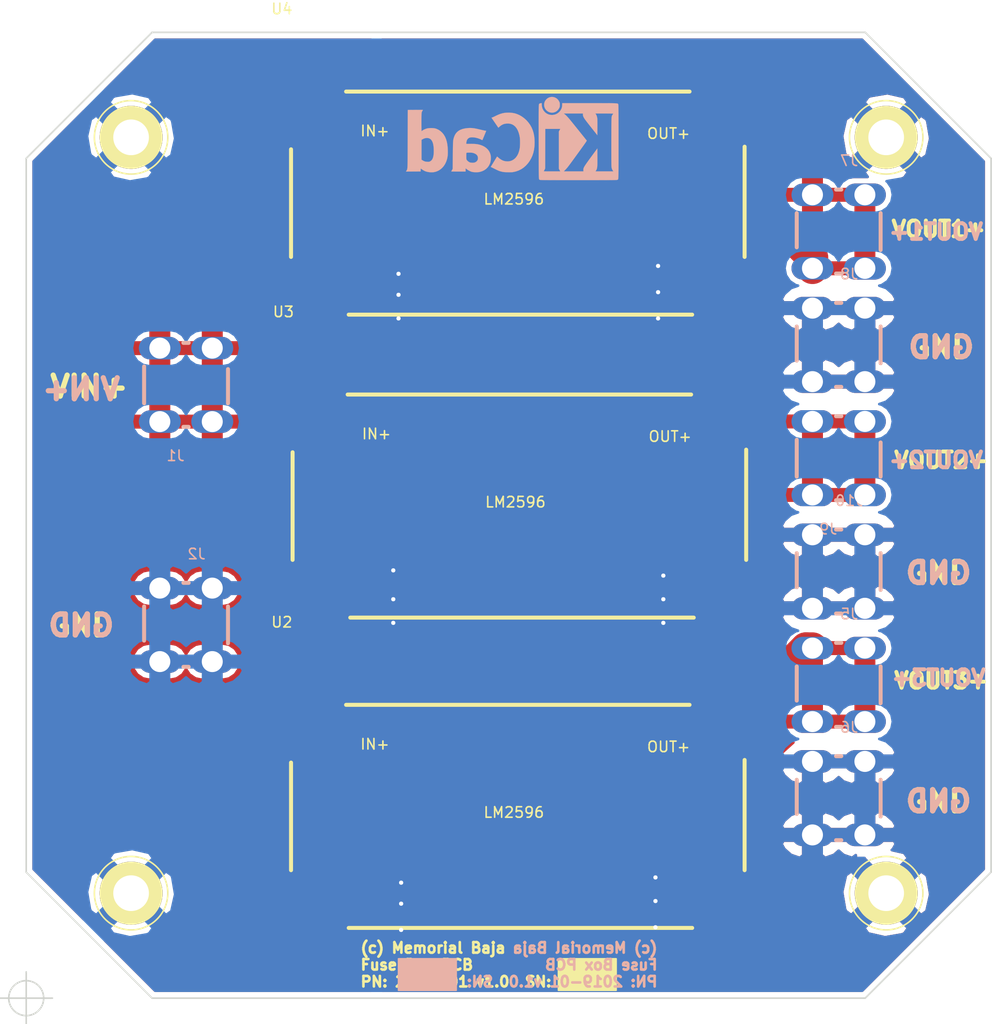
<source format=kicad_pcb>
(kicad_pcb (version 20171130) (host pcbnew "(5.0.2)-1")

  (general
    (thickness 1.6)
    (drawings 27)
    (tracks 49)
    (zones 0)
    (modules 18)
    (nets 6)
  )

  (page A4)
  (layers
    (0 F.Cu signal)
    (31 B.Cu signal)
    (32 B.Adhes user)
    (33 F.Adhes user)
    (34 B.Paste user)
    (35 F.Paste user)
    (36 B.SilkS user)
    (37 F.SilkS user)
    (38 B.Mask user)
    (39 F.Mask user)
    (40 Dwgs.User user)
    (41 Cmts.User user)
    (42 Eco1.User user)
    (43 Eco2.User user)
    (44 Edge.Cuts user)
    (45 Margin user)
    (46 B.CrtYd user)
    (47 F.CrtYd user)
    (48 B.Fab user)
    (49 F.Fab user)
  )

  (setup
    (last_trace_width 0.25)
    (user_trace_width 3)
    (trace_clearance 0.2)
    (zone_clearance 0.508)
    (zone_45_only no)
    (trace_min 0.2)
    (segment_width 0.2)
    (edge_width 0.15)
    (via_size 0.8)
    (via_drill 0.4)
    (via_min_size 0.4)
    (via_min_drill 0.3)
    (uvia_size 0.3)
    (uvia_drill 0.1)
    (uvias_allowed no)
    (uvia_min_size 0.2)
    (uvia_min_drill 0.1)
    (pcb_text_width 0.3)
    (pcb_text_size 1.5 1.5)
    (mod_edge_width 0.15)
    (mod_text_size 1 1)
    (mod_text_width 0.15)
    (pad_size 1.524 1.524)
    (pad_drill 0.762)
    (pad_to_mask_clearance 0.051)
    (solder_mask_min_width 0.25)
    (aux_axis_origin 50 150)
    (grid_origin 50 150)
    (visible_elements 7FFFFFFF)
    (pcbplotparams
      (layerselection 0x010fc_ffffffff)
      (usegerberextensions false)
      (usegerberattributes false)
      (usegerberadvancedattributes false)
      (creategerberjobfile false)
      (excludeedgelayer true)
      (linewidth 0.100000)
      (plotframeref false)
      (viasonmask false)
      (mode 1)
      (useauxorigin false)
      (hpglpennumber 1)
      (hpglpenspeed 20)
      (hpglpendiameter 15.000000)
      (psnegative false)
      (psa4output false)
      (plotreference true)
      (plotvalue true)
      (plotinvisibletext false)
      (padsonsilk false)
      (subtractmaskfromsilk false)
      (outputformat 1)
      (mirror false)
      (drillshape 0)
      (scaleselection 1)
      (outputdirectory "FAB_PACK/"))
  )

  (net 0 "")
  (net 1 GND)
  (net 2 "Net-(J5-Pad1)")
  (net 3 "Net-(J7-Pad1)")
  (net 4 "Net-(J9-Pad1)")
  (net 5 +V)

  (net_class Default "This is the default net class."
    (clearance 0.2)
    (trace_width 0.25)
    (via_dia 0.8)
    (via_drill 0.4)
    (uvia_dia 0.3)
    (uvia_drill 0.1)
    (add_net +V)
    (add_net GND)
    (add_net "Net-(J5-Pad1)")
    (add_net "Net-(J7-Pad1)")
    (add_net "Net-(J9-Pad1)")
  )

  (module µ104KiCAD:3.4mm_mounting_hole_SILK (layer F.Cu) (tedit 57C6EE00) (tstamp 5CE8CF45)
    (at 132 68)
    (path /5CE8E299)
    (fp_text reference H1 (at 0 0.5) (layer F.SilkS) hide
      (effects (font (size 0.5 0.5) (thickness 0.1)))
    )
    (fp_text value M3 (at 0 -0.5) (layer F.Fab) hide
      (effects (font (size 0.5 0.5) (thickness 0.1)))
    )
    (fp_circle (center 0 0) (end 3.5 0) (layer F.SilkS) (width 0.15))
    (pad 1 thru_hole circle (at 0 0) (size 6 6) (drill 3.4) (layers *.Cu *.Mask F.SilkS)
      (net 1 GND) (clearance 2))
  )

  (module µ104KiCAD:3.4mm_mounting_hole_SILK (layer F.Cu) (tedit 57C6EE00) (tstamp 5CE8CABF)
    (at 60 68)
    (path /5CE8EDDC)
    (fp_text reference H2 (at 0 0.5) (layer F.SilkS) hide
      (effects (font (size 0.5 0.5) (thickness 0.1)))
    )
    (fp_text value M3 (at 0 -0.5) (layer F.Fab) hide
      (effects (font (size 0.5 0.5) (thickness 0.1)))
    )
    (fp_circle (center 0 0) (end 3.5 0) (layer F.SilkS) (width 0.15))
    (pad 1 thru_hole circle (at 0 0) (size 6 6) (drill 3.4) (layers *.Cu *.Mask F.SilkS)
      (net 1 GND) (clearance 2))
  )

  (module µ104KiCAD:3.4mm_mounting_hole_SILK (layer F.Cu) (tedit 57C6EE00) (tstamp 5CE8CAC5)
    (at 132 140)
    (path /5CE8EF00)
    (fp_text reference H3 (at 0 0.5) (layer F.SilkS) hide
      (effects (font (size 0.5 0.5) (thickness 0.1)))
    )
    (fp_text value M3 (at 0 -0.5) (layer F.Fab) hide
      (effects (font (size 0.5 0.5) (thickness 0.1)))
    )
    (fp_circle (center 0 0) (end 3.5 0) (layer F.SilkS) (width 0.15))
    (pad 1 thru_hole circle (at 0 0) (size 6 6) (drill 3.4) (layers *.Cu *.Mask F.SilkS)
      (net 1 GND) (clearance 2))
  )

  (module µ104KiCAD:3.4mm_mounting_hole_SILK (layer F.Cu) (tedit 57C6EE00) (tstamp 5CE8CACB)
    (at 60 140)
    (path /5CE8EF06)
    (fp_text reference H4 (at 0 0.5) (layer F.SilkS) hide
      (effects (font (size 0.5 0.5) (thickness 0.1)))
    )
    (fp_text value M3 (at 0 -0.5) (layer F.Fab) hide
      (effects (font (size 0.5 0.5) (thickness 0.1)))
    )
    (fp_circle (center 0 0) (end 3.5 0) (layer F.SilkS) (width 0.15))
    (pad 1 thru_hole circle (at 0 0) (size 6 6) (drill 3.4) (layers *.Cu *.Mask F.SilkS)
      (net 1 GND) (clearance 2))
  )

  (module µ104KiCAD:LVDC_M3_Lug (layer B.Cu) (tedit 5CDC80FF) (tstamp 5CE96859)
    (at 65.24 91.58 270)
    (path /5CE8C0C7)
    (fp_text reference J1 (at 6.75 1 180) (layer B.SilkS)
      (effects (font (size 1 1) (thickness 0.15)) (justify mirror))
    )
    (fp_text value M3_Lug (at 0 0.25 270) (layer B.Fab)
      (effects (font (size 1 1) (thickness 0.15)) (justify mirror))
    )
    (fp_line (start -4 -0.25) (end -4 0.25) (layer B.SilkS) (width 0.381))
    (fp_line (start 1.75 -4) (end -1.5 -4) (layer B.SilkS) (width 0.381))
    (fp_line (start 4 0.25) (end 4 -0.25) (layer B.SilkS) (width 0.381))
    (fp_line (start -1.75 4) (end 1.75 4) (layer B.SilkS) (width 0.381))
    (pad 1 thru_hole oval (at -3.5 -2.5 270) (size 2.15 4) (drill 2) (layers *.Cu *.Mask)
      (net 5 +V))
    (pad 1 thru_hole oval (at 3.5 -2.5 270) (size 2.15 4) (drill 2) (layers *.Cu *.Mask)
      (net 5 +V))
    (pad 1 thru_hole oval (at 3.5 2.5 270) (size 2.15 4) (drill 2) (layers *.Cu *.Mask)
      (net 5 +V))
    (pad 1 thru_hole oval (at -3.5 2.5 270) (size 2.15 4) (drill 2) (layers *.Cu *.Mask)
      (net 5 +V))
  )

  (module µ104KiCAD:LVDC_M3_Lug (layer B.Cu) (tedit 5CDC80FF) (tstamp 5CE8D4EE)
    (at 65.24 114.44 90)
    (path /5CE8CF4C)
    (fp_text reference J2 (at 6.75 1) (layer B.SilkS)
      (effects (font (size 1 1) (thickness 0.15)) (justify mirror))
    )
    (fp_text value M3_Lug (at 0 0.25 90) (layer B.Fab)
      (effects (font (size 1 1) (thickness 0.15)) (justify mirror))
    )
    (fp_line (start -1.75 4) (end 1.75 4) (layer B.SilkS) (width 0.381))
    (fp_line (start 4 0.25) (end 4 -0.25) (layer B.SilkS) (width 0.381))
    (fp_line (start 1.75 -4) (end -1.5 -4) (layer B.SilkS) (width 0.381))
    (fp_line (start -4 -0.25) (end -4 0.25) (layer B.SilkS) (width 0.381))
    (pad 1 thru_hole oval (at -3.5 2.5 90) (size 2.15 4) (drill 2) (layers *.Cu *.Mask)
      (net 1 GND))
    (pad 1 thru_hole oval (at 3.5 2.5 90) (size 2.15 4) (drill 2) (layers *.Cu *.Mask)
      (net 1 GND))
    (pad 1 thru_hole oval (at 3.5 -2.5 90) (size 2.15 4) (drill 2) (layers *.Cu *.Mask)
      (net 1 GND))
    (pad 1 thru_hole oval (at -3.5 -2.5 90) (size 2.15 4) (drill 2) (layers *.Cu *.Mask)
      (net 1 GND))
  )

  (module µ104KiCAD:LVDC_M3_Lug (layer B.Cu) (tedit 5CDC80FF) (tstamp 5CE8DF32)
    (at 127.47 120.155 90)
    (path /5CE97AB7)
    (fp_text reference J5 (at 6.75 1) (layer B.SilkS)
      (effects (font (size 1 1) (thickness 0.15)) (justify mirror))
    )
    (fp_text value M3_Lug (at 0 0.25 90) (layer B.Fab)
      (effects (font (size 1 1) (thickness 0.15)) (justify mirror))
    )
    (fp_line (start -1.75 4) (end 1.75 4) (layer B.SilkS) (width 0.381))
    (fp_line (start 4 0.25) (end 4 -0.25) (layer B.SilkS) (width 0.381))
    (fp_line (start 1.75 -4) (end -1.5 -4) (layer B.SilkS) (width 0.381))
    (fp_line (start -4 -0.25) (end -4 0.25) (layer B.SilkS) (width 0.381))
    (pad 1 thru_hole oval (at -3.5 2.5 90) (size 2.15 4) (drill 2) (layers *.Cu *.Mask)
      (net 2 "Net-(J5-Pad1)"))
    (pad 1 thru_hole oval (at 3.5 2.5 90) (size 2.15 4) (drill 2) (layers *.Cu *.Mask)
      (net 2 "Net-(J5-Pad1)"))
    (pad 1 thru_hole oval (at 3.5 -2.5 90) (size 2.15 4) (drill 2) (layers *.Cu *.Mask)
      (net 2 "Net-(J5-Pad1)"))
    (pad 1 thru_hole oval (at -3.5 -2.5 90) (size 2.15 4) (drill 2) (layers *.Cu *.Mask)
      (net 2 "Net-(J5-Pad1)"))
  )

  (module µ104KiCAD:LVDC_M3_Lug (layer B.Cu) (tedit 5CDC80FF) (tstamp 5CE8E1D8)
    (at 127.47 76.975 90)
    (path /5CE8C0D6)
    (fp_text reference J7 (at 6.75 1) (layer B.SilkS)
      (effects (font (size 1 1) (thickness 0.15)) (justify mirror))
    )
    (fp_text value M3_Lug (at 0 0.25 90) (layer B.Fab)
      (effects (font (size 1 1) (thickness 0.15)) (justify mirror))
    )
    (fp_line (start -4 -0.25) (end -4 0.25) (layer B.SilkS) (width 0.381))
    (fp_line (start 1.75 -4) (end -1.5 -4) (layer B.SilkS) (width 0.381))
    (fp_line (start 4 0.25) (end 4 -0.25) (layer B.SilkS) (width 0.381))
    (fp_line (start -1.75 4) (end 1.75 4) (layer B.SilkS) (width 0.381))
    (pad 1 thru_hole oval (at -3.5 -2.5 90) (size 2.15 4) (drill 2) (layers *.Cu *.Mask)
      (net 3 "Net-(J7-Pad1)"))
    (pad 1 thru_hole oval (at 3.5 -2.5 90) (size 2.15 4) (drill 2) (layers *.Cu *.Mask)
      (net 3 "Net-(J7-Pad1)"))
    (pad 1 thru_hole oval (at 3.5 2.5 90) (size 2.15 4) (drill 2) (layers *.Cu *.Mask)
      (net 3 "Net-(J7-Pad1)"))
    (pad 1 thru_hole oval (at -3.5 2.5 90) (size 2.15 4) (drill 2) (layers *.Cu *.Mask)
      (net 3 "Net-(J7-Pad1)"))
  )

  (module µ104KiCAD:LVDC_M3_Lug (layer B.Cu) (tedit 5CDC80FF) (tstamp 5CE8E128)
    (at 127.47 87.77 90)
    (path /5CE8CF59)
    (fp_text reference J8 (at 6.75 1) (layer B.SilkS)
      (effects (font (size 1 1) (thickness 0.15)) (justify mirror))
    )
    (fp_text value M3_Lug (at 0 0.25 90) (layer B.Fab)
      (effects (font (size 1 1) (thickness 0.15)) (justify mirror))
    )
    (fp_line (start -4 -0.25) (end -4 0.25) (layer B.SilkS) (width 0.381))
    (fp_line (start 1.75 -4) (end -1.5 -4) (layer B.SilkS) (width 0.381))
    (fp_line (start 4 0.25) (end 4 -0.25) (layer B.SilkS) (width 0.381))
    (fp_line (start -1.75 4) (end 1.75 4) (layer B.SilkS) (width 0.381))
    (pad 1 thru_hole oval (at -3.5 -2.5 90) (size 2.15 4) (drill 2) (layers *.Cu *.Mask)
      (net 1 GND))
    (pad 1 thru_hole oval (at 3.5 -2.5 90) (size 2.15 4) (drill 2) (layers *.Cu *.Mask)
      (net 1 GND))
    (pad 1 thru_hole oval (at 3.5 2.5 90) (size 2.15 4) (drill 2) (layers *.Cu *.Mask)
      (net 1 GND))
    (pad 1 thru_hole oval (at -3.5 2.5 90) (size 2.15 4) (drill 2) (layers *.Cu *.Mask)
      (net 1 GND))
  )

  (module µ104KiCAD:LVDC_M3_Lug (layer B.Cu) (tedit 5CDC80FF) (tstamp 5CE8D153)
    (at 127.47 98.565 270)
    (path /5CE9776E)
    (fp_text reference J9 (at 6.75 1 180) (layer B.SilkS)
      (effects (font (size 1 1) (thickness 0.15)) (justify mirror))
    )
    (fp_text value M3_Lug (at 0 0.25 270) (layer B.Fab)
      (effects (font (size 1 1) (thickness 0.15)) (justify mirror))
    )
    (fp_line (start -4 -0.25) (end -4 0.25) (layer B.SilkS) (width 0.381))
    (fp_line (start 1.75 -4) (end -1.5 -4) (layer B.SilkS) (width 0.381))
    (fp_line (start 4 0.25) (end 4 -0.25) (layer B.SilkS) (width 0.381))
    (fp_line (start -1.75 4) (end 1.75 4) (layer B.SilkS) (width 0.381))
    (pad 1 thru_hole oval (at -3.5 -2.5 270) (size 2.15 4) (drill 2) (layers *.Cu *.Mask)
      (net 4 "Net-(J9-Pad1)"))
    (pad 1 thru_hole oval (at 3.5 -2.5 270) (size 2.15 4) (drill 2) (layers *.Cu *.Mask)
      (net 4 "Net-(J9-Pad1)"))
    (pad 1 thru_hole oval (at 3.5 2.5 270) (size 2.15 4) (drill 2) (layers *.Cu *.Mask)
      (net 4 "Net-(J9-Pad1)"))
    (pad 1 thru_hole oval (at -3.5 2.5 270) (size 2.15 4) (drill 2) (layers *.Cu *.Mask)
      (net 4 "Net-(J9-Pad1)"))
  )

  (module µ104KiCAD:LVDC_M3_Lug (layer B.Cu) (tedit 5CDC80FF) (tstamp 5CE8CB43)
    (at 127.47 109.36 90)
    (path /5CE97774)
    (fp_text reference J10 (at 6.75 1) (layer B.SilkS)
      (effects (font (size 1 1) (thickness 0.15)) (justify mirror))
    )
    (fp_text value M3_Lug (at 0 0.25 90) (layer B.Fab)
      (effects (font (size 1 1) (thickness 0.15)) (justify mirror))
    )
    (fp_line (start -4 -0.25) (end -4 0.25) (layer B.SilkS) (width 0.381))
    (fp_line (start 1.75 -4) (end -1.5 -4) (layer B.SilkS) (width 0.381))
    (fp_line (start 4 0.25) (end 4 -0.25) (layer B.SilkS) (width 0.381))
    (fp_line (start -1.75 4) (end 1.75 4) (layer B.SilkS) (width 0.381))
    (pad 1 thru_hole oval (at -3.5 -2.5 90) (size 2.15 4) (drill 2) (layers *.Cu *.Mask)
      (net 1 GND))
    (pad 1 thru_hole oval (at 3.5 -2.5 90) (size 2.15 4) (drill 2) (layers *.Cu *.Mask)
      (net 1 GND))
    (pad 1 thru_hole oval (at 3.5 2.5 90) (size 2.15 4) (drill 2) (layers *.Cu *.Mask)
      (net 1 GND))
    (pad 1 thru_hole oval (at -3.5 2.5 90) (size 2.15 4) (drill 2) (layers *.Cu *.Mask)
      (net 1 GND))
  )

  (module µ104KiCAD:SN_BLOCK (layer F.Cu) (tedit 55F97AC3) (tstamp 5CE8CBC8)
    (at 103.5 147.75)
    (path /5CE8E0EE)
    (fp_text reference logo1 (at 0 0.1) (layer F.SilkS) hide
      (effects (font (size 0.2 0.2) (thickness 0.01)))
    )
    (fp_text value Logo (at 0 0) (layer F.SilkS) hide
      (effects (font (size 0.2 0.2) (thickness 0.01)))
    )
    (fp_line (start -2.7 1.5) (end 2.7 1.5) (layer F.SilkS) (width 0.15))
    (fp_line (start 2.7 1.4) (end -2.7 1.4) (layer F.SilkS) (width 0.15))
    (fp_line (start -2.7 1.3) (end 2.7 1.3) (layer F.SilkS) (width 0.15))
    (fp_line (start 2.7 1.2) (end -2.7 1.2) (layer F.SilkS) (width 0.15))
    (fp_line (start -2.7 1.1) (end 2.7 1.1) (layer F.SilkS) (width 0.15))
    (fp_line (start 2.7 1) (end -2.7 1) (layer F.SilkS) (width 0.15))
    (fp_line (start -2.7 0.9) (end 2.7 0.9) (layer F.SilkS) (width 0.15))
    (fp_line (start 2.7 0.8) (end -2.7 0.8) (layer F.SilkS) (width 0.15))
    (fp_line (start -2.7 0.7) (end 2.7 0.7) (layer F.SilkS) (width 0.15))
    (fp_line (start 2.7 0.6) (end -2.7 0.6) (layer F.SilkS) (width 0.15))
    (fp_line (start -2.7 0.5) (end 2.7 0.5) (layer F.SilkS) (width 0.15))
    (fp_line (start 2.7 0.4) (end -2.7 0.4) (layer F.SilkS) (width 0.15))
    (fp_line (start -2.7 0.3) (end 2.7 0.3) (layer F.SilkS) (width 0.15))
    (fp_line (start 2.7 0.2) (end -2.7 0.2) (layer F.SilkS) (width 0.15))
    (fp_line (start -2.7 0.1) (end 2.7 0.1) (layer F.SilkS) (width 0.15))
    (fp_line (start 2.7 0) (end -2.7 0) (layer F.SilkS) (width 0.15))
    (fp_line (start -2.7 -0.1) (end 2.7 -0.1) (layer F.SilkS) (width 0.15))
    (fp_line (start 2.7 -0.2) (end -2.7 -0.2) (layer F.SilkS) (width 0.15))
    (fp_line (start -2.7 -0.3) (end 2.7 -0.3) (layer F.SilkS) (width 0.15))
    (fp_line (start 2.7 -0.4) (end -2.7 -0.4) (layer F.SilkS) (width 0.15))
    (fp_line (start -2.7 -0.5) (end 2.7 -0.5) (layer F.SilkS) (width 0.15))
    (fp_line (start 2.7 -0.6) (end -2.7 -0.6) (layer F.SilkS) (width 0.15))
    (fp_line (start -2.7 -0.7) (end 2.7 -0.7) (layer F.SilkS) (width 0.15))
    (fp_line (start 2.7 -0.8) (end -2.7 -0.8) (layer F.SilkS) (width 0.15))
    (fp_line (start -2.7 -0.9) (end 2.7 -0.9) (layer F.SilkS) (width 0.15))
    (fp_line (start 2.7 -1) (end -2.7 -1) (layer F.SilkS) (width 0.15))
    (fp_line (start -2.7 -1.1) (end 2.7 -1.1) (layer F.SilkS) (width 0.15))
    (fp_line (start 2.7 -1.2) (end -2.7 -1.2) (layer F.SilkS) (width 0.15))
    (fp_line (start -2.7 -1.3) (end 2.7 -1.3) (layer F.SilkS) (width 0.15))
    (fp_line (start 2.7 -1.4) (end -2.7 -1.4) (layer F.SilkS) (width 0.15))
    (fp_line (start -2.7 -1.5) (end 2.7 -1.5) (layer F.SilkS) (width 0.15))
    (fp_line (start -2.75 -1.5) (end -2.75 1.5) (layer F.SilkS) (width 0.15))
    (fp_line (start 2.75 -1.5) (end 2.75 1.5) (layer F.SilkS) (width 0.15))
  )

  (module µ104KiCAD:SN_BLOCK (layer B.Cu) (tedit 55F97AC3) (tstamp 5CE96AC7)
    (at 88.25 147.75)
    (path /5CE91E84)
    (fp_text reference logo2 (at 0 -0.1) (layer B.SilkS) hide
      (effects (font (size 0.2 0.2) (thickness 0.01)) (justify mirror))
    )
    (fp_text value Logo (at 0 0) (layer B.SilkS) hide
      (effects (font (size 0.2 0.2) (thickness 0.01)) (justify mirror))
    )
    (fp_line (start -2.7 -1.5) (end 2.7 -1.5) (layer B.SilkS) (width 0.15))
    (fp_line (start 2.7 -1.4) (end -2.7 -1.4) (layer B.SilkS) (width 0.15))
    (fp_line (start -2.7 -1.3) (end 2.7 -1.3) (layer B.SilkS) (width 0.15))
    (fp_line (start 2.7 -1.2) (end -2.7 -1.2) (layer B.SilkS) (width 0.15))
    (fp_line (start -2.7 -1.1) (end 2.7 -1.1) (layer B.SilkS) (width 0.15))
    (fp_line (start 2.7 -1) (end -2.7 -1) (layer B.SilkS) (width 0.15))
    (fp_line (start -2.7 -0.9) (end 2.7 -0.9) (layer B.SilkS) (width 0.15))
    (fp_line (start 2.7 -0.8) (end -2.7 -0.8) (layer B.SilkS) (width 0.15))
    (fp_line (start -2.7 -0.7) (end 2.7 -0.7) (layer B.SilkS) (width 0.15))
    (fp_line (start 2.7 -0.6) (end -2.7 -0.6) (layer B.SilkS) (width 0.15))
    (fp_line (start -2.7 -0.5) (end 2.7 -0.5) (layer B.SilkS) (width 0.15))
    (fp_line (start 2.7 -0.4) (end -2.7 -0.4) (layer B.SilkS) (width 0.15))
    (fp_line (start -2.7 -0.3) (end 2.7 -0.3) (layer B.SilkS) (width 0.15))
    (fp_line (start 2.7 -0.2) (end -2.7 -0.2) (layer B.SilkS) (width 0.15))
    (fp_line (start -2.7 -0.1) (end 2.7 -0.1) (layer B.SilkS) (width 0.15))
    (fp_line (start 2.7 0) (end -2.7 0) (layer B.SilkS) (width 0.15))
    (fp_line (start -2.7 0.1) (end 2.7 0.1) (layer B.SilkS) (width 0.15))
    (fp_line (start 2.7 0.2) (end -2.7 0.2) (layer B.SilkS) (width 0.15))
    (fp_line (start -2.7 0.3) (end 2.7 0.3) (layer B.SilkS) (width 0.15))
    (fp_line (start 2.7 0.4) (end -2.7 0.4) (layer B.SilkS) (width 0.15))
    (fp_line (start -2.7 0.5) (end 2.7 0.5) (layer B.SilkS) (width 0.15))
    (fp_line (start 2.7 0.6) (end -2.7 0.6) (layer B.SilkS) (width 0.15))
    (fp_line (start -2.7 0.7) (end 2.7 0.7) (layer B.SilkS) (width 0.15))
    (fp_line (start 2.7 0.8) (end -2.7 0.8) (layer B.SilkS) (width 0.15))
    (fp_line (start -2.7 0.9) (end 2.7 0.9) (layer B.SilkS) (width 0.15))
    (fp_line (start 2.7 1) (end -2.7 1) (layer B.SilkS) (width 0.15))
    (fp_line (start -2.7 1.1) (end 2.7 1.1) (layer B.SilkS) (width 0.15))
    (fp_line (start 2.7 1.2) (end -2.7 1.2) (layer B.SilkS) (width 0.15))
    (fp_line (start -2.7 1.3) (end 2.7 1.3) (layer B.SilkS) (width 0.15))
    (fp_line (start 2.7 1.4) (end -2.7 1.4) (layer B.SilkS) (width 0.15))
    (fp_line (start -2.7 1.5) (end 2.7 1.5) (layer B.SilkS) (width 0.15))
    (fp_line (start -2.75 1.5) (end -2.75 -1.5) (layer B.SilkS) (width 0.15))
    (fp_line (start 2.75 1.5) (end 2.75 -1.5) (layer B.SilkS) (width 0.15))
  )

  (module Symbols:KiCad-Logo_8mm_SilkScreen (layer B.Cu) (tedit 0) (tstamp 5CE8EE46)
    (at 96.355 68.085 180)
    (descr "KiCad Logo")
    (tags "Logo KiCad")
    (path /5CE91F4C)
    (attr virtual)
    (fp_text reference logo3 (at 0 0 180) (layer B.SilkS) hide
      (effects (font (size 1 1) (thickness 0.15)) (justify mirror))
    )
    (fp_text value Logo (at 0.75 0 180) (layer B.Fab) hide
      (effects (font (size 1 1) (thickness 0.15)) (justify mirror))
    )
    (fp_poly (pts (xy -3.602318 3.916067) (xy -3.466071 3.868828) (xy -3.339221 3.794473) (xy -3.225933 3.693013)
      (xy -3.130372 3.564457) (xy -3.087446 3.483428) (xy -3.050295 3.370092) (xy -3.032288 3.239249)
      (xy -3.034283 3.104735) (xy -3.056423 2.982842) (xy -3.116936 2.833893) (xy -3.204686 2.704691)
      (xy -3.315212 2.597777) (xy -3.444054 2.515694) (xy -3.586753 2.460984) (xy -3.738849 2.43619)
      (xy -3.895881 2.443853) (xy -3.973286 2.460228) (xy -4.124141 2.518911) (xy -4.258125 2.608457)
      (xy -4.372006 2.726107) (xy -4.462552 2.869098) (xy -4.470212 2.884714) (xy -4.496694 2.943314)
      (xy -4.513322 2.992666) (xy -4.52235 3.04473) (xy -4.526032 3.111461) (xy -4.526643 3.184071)
      (xy -4.525633 3.271309) (xy -4.521072 3.334376) (xy -4.510666 3.385364) (xy -4.492121 3.436367)
      (xy -4.46923 3.486687) (xy -4.383846 3.62953) (xy -4.278699 3.74519) (xy -4.157955 3.833675)
      (xy -4.025779 3.894995) (xy -3.886337 3.929161) (xy -3.743795 3.936182) (xy -3.602318 3.916067)) (layer B.SilkS) (width 0.01))
    (fp_poly (pts (xy 9.041571 2.699911) (xy 9.195876 2.699277) (xy 9.248321 2.698958) (xy 9.9695 2.694214)
      (xy 9.978571 -0.072572) (xy 9.979769 -0.447756) (xy 9.980832 -0.788417) (xy 9.981827 -1.096318)
      (xy 9.982823 -1.373221) (xy 9.983888 -1.620888) (xy 9.985091 -1.841081) (xy 9.986499 -2.035562)
      (xy 9.988182 -2.206094) (xy 9.990206 -2.35444) (xy 9.992641 -2.482361) (xy 9.995554 -2.59162)
      (xy 9.999015 -2.683979) (xy 10.00309 -2.7612) (xy 10.007849 -2.825046) (xy 10.01336 -2.877278)
      (xy 10.019691 -2.91966) (xy 10.02691 -2.953953) (xy 10.035085 -2.98192) (xy 10.044285 -3.005324)
      (xy 10.054577 -3.025925) (xy 10.066031 -3.045487) (xy 10.078715 -3.065772) (xy 10.092695 -3.088543)
      (xy 10.095561 -3.093393) (xy 10.14364 -3.175433) (xy 8.753928 -3.165929) (xy 8.744857 -3.013295)
      (xy 8.739918 -2.940045) (xy 8.734771 -2.897696) (xy 8.727786 -2.880892) (xy 8.717337 -2.884277)
      (xy 8.708571 -2.89396) (xy 8.670388 -2.929229) (xy 8.608155 -2.974563) (xy 8.530641 -3.024546)
      (xy 8.446613 -3.073761) (xy 8.364839 -3.116791) (xy 8.302052 -3.145101) (xy 8.154954 -3.191624)
      (xy 7.98618 -3.224579) (xy 7.808191 -3.242707) (xy 7.633447 -3.24475) (xy 7.474407 -3.229447)
      (xy 7.471788 -3.229009) (xy 7.254168 -3.174402) (xy 7.050455 -3.087401) (xy 6.862613 -2.969876)
      (xy 6.692607 -2.823697) (xy 6.542402 -2.650734) (xy 6.413964 -2.452857) (xy 6.309257 -2.231936)
      (xy 6.252246 -2.068286) (xy 6.214651 -1.931375) (xy 6.186771 -1.798798) (xy 6.167753 -1.662502)
      (xy 6.156745 -1.514433) (xy 6.152895 -1.346537) (xy 6.1546 -1.20944) (xy 7.493359 -1.20944)
      (xy 7.499694 -1.439329) (xy 7.519679 -1.637111) (xy 7.553927 -1.804539) (xy 7.603055 -1.943369)
      (xy 7.667676 -2.055358) (xy 7.748405 -2.142259) (xy 7.841591 -2.203692) (xy 7.89008 -2.226626)
      (xy 7.932134 -2.240375) (xy 7.97902 -2.246666) (xy 8.042004 -2.247222) (xy 8.109857 -2.244773)
      (xy 8.243295 -2.233004) (xy 8.348832 -2.209955) (xy 8.382 -2.19841) (xy 8.457735 -2.164311)
      (xy 8.537614 -2.121491) (xy 8.5725 -2.100057) (xy 8.663214 -2.040556) (xy 8.663214 -0.154584)
      (xy 8.563428 -0.094771) (xy 8.424267 -0.027185) (xy 8.282087 0.012786) (xy 8.14209 0.025378)
      (xy 8.009474 0.010827) (xy 7.88944 -0.030632) (xy 7.787188 -0.098763) (xy 7.754195 -0.131466)
      (xy 7.674667 -0.238619) (xy 7.610299 -0.368327) (xy 7.560553 -0.522814) (xy 7.524891 -0.704302)
      (xy 7.502775 -0.915015) (xy 7.493667 -1.157175) (xy 7.493359 -1.20944) (xy 6.1546 -1.20944)
      (xy 6.15531 -1.152374) (xy 6.170605 -0.853713) (xy 6.201358 -0.584325) (xy 6.248381 -0.340285)
      (xy 6.312482 -0.11767) (xy 6.394472 0.087444) (xy 6.42373 0.148254) (xy 6.541581 0.34656)
      (xy 6.683996 0.522788) (xy 6.847629 0.674092) (xy 7.029131 0.797629) (xy 7.225153 0.890553)
      (xy 7.342655 0.928885) (xy 7.458054 0.951641) (xy 7.596907 0.96518) (xy 7.747574 0.969508)
      (xy 7.898413 0.964632) (xy 8.037785 0.950556) (xy 8.149691 0.928475) (xy 8.282884 0.885172)
      (xy 8.411979 0.829489) (xy 8.524928 0.767064) (xy 8.585043 0.724697) (xy 8.62651 0.693193)
      (xy 8.655545 0.67401) (xy 8.66215 0.671286) (xy 8.664198 0.688837) (xy 8.666107 0.739125)
      (xy 8.667836 0.8186) (xy 8.669341 0.923714) (xy 8.670581 1.050917) (xy 8.671513 1.196661)
      (xy 8.672095 1.357397) (xy 8.672286 1.521116) (xy 8.672179 1.730812) (xy 8.671658 1.907604)
      (xy 8.670416 2.054874) (xy 8.668148 2.176003) (xy 8.66455 2.274373) (xy 8.659317 2.353366)
      (xy 8.652144 2.416362) (xy 8.642726 2.466745) (xy 8.630758 2.507895) (xy 8.615935 2.543194)
      (xy 8.597952 2.576023) (xy 8.576505 2.609765) (xy 8.573745 2.613943) (xy 8.546083 2.657644)
      (xy 8.529382 2.687695) (xy 8.527143 2.694033) (xy 8.544643 2.696033) (xy 8.594574 2.69766)
      (xy 8.673085 2.698888) (xy 8.776323 2.699689) (xy 8.900436 2.700039) (xy 9.041571 2.699911)) (layer B.SilkS) (width 0.01))
    (fp_poly (pts (xy 4.185632 0.97227) (xy 4.275523 0.965465) (xy 4.532715 0.931247) (xy 4.760485 0.876669)
      (xy 4.959943 0.80098) (xy 5.132197 0.70343) (xy 5.278359 0.583268) (xy 5.399536 0.439742)
      (xy 5.496839 0.272102) (xy 5.567891 0.090714) (xy 5.585927 0.032854) (xy 5.601632 -0.021329)
      (xy 5.615192 -0.074752) (xy 5.626792 -0.130333) (xy 5.636617 -0.190988) (xy 5.644853 -0.259635)
      (xy 5.651684 -0.33919) (xy 5.657295 -0.432572) (xy 5.661872 -0.542696) (xy 5.6656 -0.672481)
      (xy 5.668665 -0.824842) (xy 5.67125 -1.002698) (xy 5.673542 -1.208965) (xy 5.675725 -1.446561)
      (xy 5.677286 -1.632857) (xy 5.687785 -2.911929) (xy 5.755821 -3.035018) (xy 5.788038 -3.094317)
      (xy 5.812012 -3.140377) (xy 5.82345 -3.164893) (xy 5.823857 -3.166553) (xy 5.806375 -3.168454)
      (xy 5.756574 -3.170205) (xy 5.678421 -3.171758) (xy 5.575882 -3.173062) (xy 5.452922 -3.17407)
      (xy 5.31351 -3.174731) (xy 5.161611 -3.174997) (xy 5.1435 -3.175) (xy 4.463143 -3.175)
      (xy 4.463143 -3.020786) (xy 4.461982 -2.951094) (xy 4.458887 -2.897794) (xy 4.454432 -2.869217)
      (xy 4.452463 -2.866572) (xy 4.434455 -2.877653) (xy 4.397393 -2.906736) (xy 4.349222 -2.947579)
      (xy 4.348141 -2.948524) (xy 4.260235 -3.013971) (xy 4.149217 -3.079688) (xy 4.027631 -3.139219)
      (xy 3.908021 -3.186109) (xy 3.855357 -3.202133) (xy 3.750551 -3.222485) (xy 3.62195 -3.235472)
      (xy 3.481325 -3.240909) (xy 3.340448 -3.238611) (xy 3.211093 -3.228392) (xy 3.120571 -3.213689)
      (xy 2.89858 -3.148499) (xy 2.698729 -3.055594) (xy 2.522319 -2.936126) (xy 2.37065 -2.791247)
      (xy 2.245024 -2.62211) (xy 2.146741 -2.429867) (xy 2.104341 -2.313214) (xy 2.077768 -2.199833)
      (xy 2.060158 -2.063722) (xy 2.05201 -1.917437) (xy 2.052278 -1.896151) (xy 3.279321 -1.896151)
      (xy 3.289496 -2.00485) (xy 3.323378 -2.095185) (xy 3.386 -2.178995) (xy 3.410052 -2.203571)
      (xy 3.495551 -2.270011) (xy 3.594373 -2.312574) (xy 3.712768 -2.333177) (xy 3.837445 -2.334694)
      (xy 3.955698 -2.324677) (xy 4.046239 -2.305085) (xy 4.08556 -2.29037) (xy 4.156432 -2.250265)
      (xy 4.231525 -2.193863) (xy 4.300038 -2.130561) (xy 4.351172 -2.069755) (xy 4.36475 -2.047449)
      (xy 4.375305 -2.016212) (xy 4.38281 -1.966507) (xy 4.387613 -1.893587) (xy 4.390065 -1.792703)
      (xy 4.390571 -1.696689) (xy 4.390228 -1.58475) (xy 4.388843 -1.503809) (xy 4.385881 -1.448585)
      (xy 4.380808 -1.413794) (xy 4.37309 -1.394154) (xy 4.362192 -1.38438) (xy 4.358821 -1.382824)
      (xy 4.329529 -1.378029) (xy 4.271756 -1.374108) (xy 4.193304 -1.371414) (xy 4.101974 -1.370299)
      (xy 4.082143 -1.370298) (xy 3.960063 -1.372246) (xy 3.865749 -1.378041) (xy 3.790807 -1.388475)
      (xy 3.728903 -1.403714) (xy 3.575349 -1.461784) (xy 3.454932 -1.533179) (xy 3.36661 -1.619039)
      (xy 3.309339 -1.720507) (xy 3.282078 -1.838725) (xy 3.279321 -1.896151) (xy 2.052278 -1.896151)
      (xy 2.053823 -1.773533) (xy 2.066096 -1.644565) (xy 2.07567 -1.59246) (xy 2.136801 -1.398997)
      (xy 2.229757 -1.220993) (xy 2.352783 -1.060155) (xy 2.504124 -0.91819) (xy 2.682025 -0.796806)
      (xy 2.884732 -0.697709) (xy 3.057071 -0.637533) (xy 3.172253 -0.605919) (xy 3.282423 -0.581354)
      (xy 3.394719 -0.563039) (xy 3.516275 -0.550178) (xy 3.654229 -0.541972) (xy 3.815715 -0.537624)
      (xy 3.961715 -0.5364) (xy 4.394645 -0.535215) (xy 4.386351 -0.40508) (xy 4.362801 -0.263883)
      (xy 4.312703 -0.142518) (xy 4.238191 -0.044017) (xy 4.141399 0.028591) (xy 4.056171 0.064021)
      (xy 3.934056 0.08635) (xy 3.788683 0.089557) (xy 3.626867 0.074823) (xy 3.455422 0.04333)
      (xy 3.281163 -0.00374) (xy 3.110904 -0.065203) (xy 2.987176 -0.121417) (xy 2.927647 -0.150283)
      (xy 2.882242 -0.170443) (xy 2.85915 -0.17831) (xy 2.857897 -0.178058) (xy 2.849929 -0.160437)
      (xy 2.830031 -0.113733) (xy 2.800077 -0.042418) (xy 2.761939 0.049031) (xy 2.717488 0.156141)
      (xy 2.672305 0.265451) (xy 2.491667 0.70326) (xy 2.620155 0.724364) (xy 2.675846 0.734953)
      (xy 2.759564 0.752737) (xy 2.864139 0.776102) (xy 2.982399 0.803435) (xy 3.107172 0.833119)
      (xy 3.156857 0.845182) (xy 3.371807 0.895038) (xy 3.559995 0.932416) (xy 3.728446 0.958073)
      (xy 3.884186 0.972765) (xy 4.03424 0.977245) (xy 4.185632 0.97227)) (layer B.SilkS) (width 0.01))
    (fp_poly (pts (xy 0.581378 2.430769) (xy 0.777019 2.409351) (xy 0.966562 2.371015) (xy 1.157717 2.313762)
      (xy 1.358196 2.235591) (xy 1.575708 2.134504) (xy 1.61488 2.114924) (xy 1.704772 2.070638)
      (xy 1.789553 2.030761) (xy 1.860855 1.999102) (xy 1.91031 1.979468) (xy 1.917908 1.976996)
      (xy 1.990714 1.955183) (xy 1.664803 1.481056) (xy 1.585123 1.365177) (xy 1.512272 1.259306)
      (xy 1.44873 1.167038) (xy 1.396972 1.091967) (xy 1.359477 1.037687) (xy 1.338723 1.007793)
      (xy 1.335351 1.003059) (xy 1.321655 1.012958) (xy 1.287943 1.042715) (xy 1.240244 1.086927)
      (xy 1.21392 1.111916) (xy 1.064772 1.230544) (xy 0.897268 1.320687) (xy 0.752928 1.370064)
      (xy 0.666283 1.385571) (xy 0.557796 1.395021) (xy 0.440227 1.398239) (xy 0.326334 1.395049)
      (xy 0.228879 1.385276) (xy 0.18999 1.377791) (xy 0.014712 1.317488) (xy -0.143235 1.22541)
      (xy -0.283732 1.101727) (xy -0.406665 0.946607) (xy -0.511915 0.760219) (xy -0.599365 0.54273)
      (xy -0.6689 0.294308) (xy -0.710225 0.081643) (xy -0.721006 -0.012241) (xy -0.728352 -0.133524)
      (xy -0.732333 -0.273493) (xy -0.733021 -0.423431) (xy -0.730486 -0.574622) (xy -0.7248 -0.718351)
      (xy -0.716033 -0.845903) (xy -0.704256 -0.948562) (xy -0.701707 -0.964401) (xy -0.645519 -1.219536)
      (xy -0.568964 -1.445342) (xy -0.471574 -1.642831) (xy -0.352886 -1.813014) (xy -0.268637 -1.905022)
      (xy -0.11723 -2.029943) (xy 0.048817 -2.12254) (xy 0.226701 -2.182309) (xy 0.413622 -2.208746)
      (xy 0.606778 -2.201348) (xy 0.803369 -2.159611) (xy 0.919597 -2.118771) (xy 1.080438 -2.03699)
      (xy 1.246213 -1.919678) (xy 1.339073 -1.840345) (xy 1.391214 -1.794429) (xy 1.43218 -1.760742)
      (xy 1.455498 -1.74451) (xy 1.458393 -1.744015) (xy 1.4688 -1.760601) (xy 1.495767 -1.804432)
      (xy 1.536996 -1.871748) (xy 1.590189 -1.958794) (xy 1.65305 -2.06181) (xy 1.723281 -2.177041)
      (xy 1.762372 -2.241231) (xy 2.060964 -2.731677) (xy 1.688161 -2.915915) (xy 1.553369 -2.982093)
      (xy 1.444175 -3.034278) (xy 1.353907 -3.07506) (xy 1.275888 -3.107033) (xy 1.203444 -3.132787)
      (xy 1.129901 -3.154914) (xy 1.048584 -3.176007) (xy 0.970643 -3.19453) (xy 0.901366 -3.208863)
      (xy 0.828917 -3.219694) (xy 0.746042 -3.227626) (xy 0.645488 -3.233258) (xy 0.520003 -3.237192)
      (xy 0.435428 -3.238891) (xy 0.314754 -3.24005) (xy 0.199042 -3.239465) (xy 0.095951 -3.237304)
      (xy 0.013138 -3.233732) (xy -0.04174 -3.228917) (xy -0.044992 -3.228437) (xy -0.329957 -3.166786)
      (xy -0.597558 -3.073285) (xy -0.847703 -2.947993) (xy -1.080296 -2.790974) (xy -1.295243 -2.602289)
      (xy -1.49245 -2.382) (xy -1.635273 -2.186214) (xy -1.78732 -1.929949) (xy -1.910227 -1.659317)
      (xy -2.00459 -1.372149) (xy -2.071001 -1.066276) (xy -2.110056 -0.739528) (xy -2.12236 -0.407739)
      (xy -2.112241 -0.086779) (xy -2.080439 0.209354) (xy -2.025946 0.485655) (xy -1.94775 0.747119)
      (xy -1.844841 0.998742) (xy -1.832553 1.02481) (xy -1.69718 1.268493) (xy -1.530911 1.500382)
      (xy -1.338459 1.715677) (xy -1.124534 1.909578) (xy -0.893845 2.077285) (xy -0.678891 2.200304)
      (xy -0.461742 2.296655) (xy -0.244132 2.366449) (xy -0.017638 2.411587) (xy 0.226166 2.433969)
      (xy 0.371928 2.437269) (xy 0.581378 2.430769)) (layer B.SilkS) (width 0.01))
    (fp_poly (pts (xy -7.870089 3.33834) (xy -7.52054 3.338293) (xy -7.35783 3.338286) (xy -4.753429 3.338285)
      (xy -4.753429 3.184762) (xy -4.737043 2.997937) (xy -4.687588 2.825633) (xy -4.60462 2.666825)
      (xy -4.487695 2.52049) (xy -4.448136 2.480968) (xy -4.30583 2.368862) (xy -4.148922 2.287101)
      (xy -3.982072 2.235647) (xy -3.809939 2.214463) (xy -3.637185 2.223513) (xy -3.46847 2.262758)
      (xy -3.308454 2.332162) (xy -3.161798 2.431689) (xy -3.095932 2.491735) (xy -2.973192 2.638957)
      (xy -2.883188 2.800853) (xy -2.826706 2.975573) (xy -2.804529 3.161265) (xy -2.804234 3.179533)
      (xy -2.803072 3.33828) (xy -2.7333 3.338283) (xy -2.671405 3.329882) (xy -2.614865 3.309444)
      (xy -2.611128 3.307333) (xy -2.598358 3.300707) (xy -2.586632 3.295546) (xy -2.575906 3.290349)
      (xy -2.566139 3.28361) (xy -2.557288 3.273829) (xy -2.549311 3.2595) (xy -2.542165 3.239122)
      (xy -2.535808 3.211192) (xy -2.530198 3.174205) (xy -2.525293 3.12666) (xy -2.521049 3.067053)
      (xy -2.517424 2.993881) (xy -2.514377 2.905641) (xy -2.511864 2.80083) (xy -2.509844 2.677945)
      (xy -2.508274 2.535483) (xy -2.507112 2.37194) (xy -2.506314 2.185814) (xy -2.50584 1.975602)
      (xy -2.505646 1.7398) (xy -2.50569 1.476906) (xy -2.50593 1.185416) (xy -2.506323 0.863828)
      (xy -2.506827 0.510638) (xy -2.5074 0.124343) (xy -2.507999 -0.29656) (xy -2.508068 -0.34784)
      (xy -2.508605 -0.771426) (xy -2.509061 -1.16023) (xy -2.509484 -1.515753) (xy -2.509921 -1.839498)
      (xy -2.510422 -2.132966) (xy -2.511035 -2.397661) (xy -2.511808 -2.635085) (xy -2.512789 -2.84674)
      (xy -2.514026 -3.034129) (xy -2.515568 -3.198754) (xy -2.517463 -3.342117) (xy -2.519759 -3.46572)
      (xy -2.522504 -3.571067) (xy -2.525747 -3.659659) (xy -2.529536 -3.733) (xy -2.533919 -3.79259)
      (xy -2.538945 -3.839933) (xy -2.544661 -3.876531) (xy -2.551116 -3.903886) (xy -2.558359 -3.923502)
      (xy -2.566437 -3.936879) (xy -2.575398 -3.945521) (xy -2.585292 -3.95093) (xy -2.596165 -3.954608)
      (xy -2.608067 -3.958058) (xy -2.621046 -3.962782) (xy -2.624217 -3.96422) (xy -2.634181 -3.967451)
      (xy -2.650859 -3.97042) (xy -2.675707 -3.973137) (xy -2.71018 -3.975613) (xy -2.755736 -3.977858)
      (xy -2.81383 -3.979883) (xy -2.885919 -3.981698) (xy -2.973458 -3.983315) (xy -3.077905 -3.984743)
      (xy -3.200715 -3.985993) (xy -3.343345 -3.987076) (xy -3.507251 -3.988002) (xy -3.69389 -3.988782)
      (xy -3.904716 -3.989426) (xy -4.141188 -3.989946) (xy -4.404761 -3.990351) (xy -4.69689 -3.990652)
      (xy -5.019034 -3.99086) (xy -5.372647 -3.990985) (xy -5.759186 -3.991038) (xy -6.180108 -3.991029)
      (xy -6.316456 -3.991016) (xy -6.746716 -3.990947) (xy -7.142164 -3.990834) (xy -7.504273 -3.990665)
      (xy -7.834517 -3.99043) (xy -8.134371 -3.990116) (xy -8.405308 -3.989713) (xy -8.6488 -3.989207)
      (xy -8.866323 -3.988589) (xy -9.05935 -3.987846) (xy -9.229354 -3.986968) (xy -9.37781 -3.985941)
      (xy -9.50619 -3.984756) (xy -9.615969 -3.9834) (xy -9.70862 -3.981862) (xy -9.785617 -3.98013)
      (xy -9.848434 -3.978194) (xy -9.898544 -3.97604) (xy -9.937421 -3.973659) (xy -9.966538 -3.971037)
      (xy -9.987371 -3.968165) (xy -10.001391 -3.96503) (xy -10.009034 -3.962159) (xy -10.022618 -3.95643)
      (xy -10.03509 -3.952206) (xy -10.046498 -3.947985) (xy -10.056889 -3.942268) (xy -10.066309 -3.933555)
      (xy -10.074808 -3.920345) (xy -10.08243 -3.901137) (xy -10.089225 -3.874433) (xy -10.095238 -3.83873)
      (xy -10.100517 -3.79253) (xy -10.10511 -3.734332) (xy -10.109064 -3.662635) (xy -10.112425 -3.57594)
      (xy -10.115241 -3.472746) (xy -10.11756 -3.351553) (xy -10.119428 -3.21086) (xy -10.119916 -3.156857)
      (xy -9.635704 -3.156857) (xy -7.924256 -3.156857) (xy -7.957187 -3.106964) (xy -7.989947 -3.055693)
      (xy -8.017689 -3.006869) (xy -8.040807 -2.957076) (xy -8.059697 -2.902898) (xy -8.074751 -2.840916)
      (xy -8.086367 -2.767715) (xy -8.094936 -2.679878) (xy -8.100856 -2.573988) (xy -8.104519 -2.446628)
      (xy -8.106321 -2.294381) (xy -8.106656 -2.113832) (xy -8.105919 -1.901562) (xy -8.105501 -1.822755)
      (xy -8.100786 -0.977911) (xy -7.565572 -1.706557) (xy -7.413946 -1.913265) (xy -7.282581 -2.09326)
      (xy -7.170057 -2.248925) (xy -7.074957 -2.382647) (xy -6.995862 -2.496809) (xy -6.931353 -2.593797)
      (xy -6.880012 -2.675994) (xy -6.84042 -2.745786) (xy -6.81116 -2.805558) (xy -6.790812 -2.857693)
      (xy -6.777958 -2.904576) (xy -6.771181 -2.948593) (xy -6.76906 -2.992127) (xy -6.770179 -3.037564)
      (xy -6.770464 -3.043275) (xy -6.776357 -3.156933) (xy -4.900771 -3.156857) (xy -5.040278 -3.016189)
      (xy -5.078135 -2.977715) (xy -5.114047 -2.940279) (xy -5.149593 -2.901814) (xy -5.186347 -2.860258)
      (xy -5.225886 -2.813545) (xy -5.269786 -2.75961) (xy -5.319623 -2.69639) (xy -5.376972 -2.621818)
      (xy -5.443411 -2.533832) (xy -5.520515 -2.430365) (xy -5.609861 -2.309354) (xy -5.713024 -2.168734)
      (xy -5.83158 -2.00644) (xy -5.967105 -1.820407) (xy -6.121177 -1.608571) (xy -6.247462 -1.434804)
      (xy -6.405954 -1.216501) (xy -6.544216 -1.025629) (xy -6.663499 -0.860374) (xy -6.765057 -0.718926)
      (xy -6.850141 -0.599471) (xy -6.920005 -0.500198) (xy -6.9759 -0.419295) (xy -7.01908 -0.354949)
      (xy -7.050797 -0.305347) (xy -7.072302 -0.268679) (xy -7.08485 -0.243132) (xy -7.089692 -0.226893)
      (xy -7.088237 -0.218355) (xy -7.070599 -0.195635) (xy -7.032466 -0.147543) (xy -6.976138 -0.076938)
      (xy -6.903916 0.013322) (xy -6.818101 0.120379) (xy -6.720994 0.241373) (xy -6.614896 0.373446)
      (xy -6.502109 0.51374) (xy -6.384932 0.659397) (xy -6.265667 0.807556) (xy -6.200067 0.889)
      (xy -4.571314 0.889) (xy -4.503621 0.766535) (xy -4.435929 0.644071) (xy -4.435929 -2.911929)
      (xy -4.503621 -3.034393) (xy -4.571314 -3.156857) (xy -3.770559 -3.156857) (xy -3.579398 -3.156802)
      (xy -3.421501 -3.156551) (xy -3.293848 -3.155979) (xy -3.193419 -3.154959) (xy -3.117193 -3.153365)
      (xy -3.062148 -3.15107) (xy -3.025264 -3.14795) (xy -3.003521 -3.143877) (xy -2.993898 -3.138725)
      (xy -2.993373 -3.132367) (xy -2.998926 -3.124679) (xy -2.998984 -3.124615) (xy -3.02186 -3.091524)
      (xy -3.052151 -3.037719) (xy -3.078903 -2.984008) (xy -3.129643 -2.875643) (xy -3.134818 -0.993322)
      (xy -3.139993 0.889) (xy -4.571314 0.889) (xy -6.200067 0.889) (xy -6.146615 0.955361)
      (xy -6.030077 1.099953) (xy -5.918354 1.238472) (xy -5.813746 1.368061) (xy -5.718556 1.48586)
      (xy -5.635083 1.589012) (xy -5.565629 1.674657) (xy -5.512494 1.739938) (xy -5.481285 1.778)
      (xy -5.360097 1.92033) (xy -5.243507 2.04877) (xy -5.135603 2.159114) (xy -5.04047 2.247159)
      (xy -4.972957 2.301138) (xy -4.893127 2.358571) (xy -6.729108 2.358571) (xy -6.728592 2.250835)
      (xy -6.733724 2.171628) (xy -6.753015 2.098195) (xy -6.782877 2.028585) (xy -6.802288 1.989259)
      (xy -6.823159 1.950293) (xy -6.847396 1.909099) (xy -6.876906 1.863092) (xy -6.913594 1.809683)
      (xy -6.959368 1.746286) (xy -7.016135 1.670315) (xy -7.0858 1.579183) (xy -7.17027 1.470302)
      (xy -7.271453 1.341086) (xy -7.391253 1.188948) (xy -7.531579 1.011302) (xy -7.547429 0.991258)
      (xy -8.100786 0.291492) (xy -8.106143 1.066496) (xy -8.107221 1.298632) (xy -8.106992 1.495154)
      (xy -8.105443 1.656708) (xy -8.102563 1.783944) (xy -8.098341 1.877508) (xy -8.092766 1.938048)
      (xy -8.090893 1.949532) (xy -8.061495 2.070501) (xy -8.022978 2.179554) (xy -7.979026 2.267237)
      (xy -7.952621 2.304426) (xy -7.90706 2.358571) (xy -8.77153 2.358571) (xy -8.977745 2.358395)
      (xy -9.150188 2.357821) (xy -9.291373 2.356783) (xy -9.403812 2.355213) (xy -9.490017 2.353046)
      (xy -9.552502 2.350212) (xy -9.593779 2.346647) (xy -9.61636 2.342282) (xy -9.622759 2.337051)
      (xy -9.622317 2.335893) (xy -9.603991 2.308231) (xy -9.573396 2.264385) (xy -9.557567 2.242209)
      (xy -9.541202 2.22008) (xy -9.526492 2.200291) (xy -9.513344 2.180894) (xy -9.501667 2.159942)
      (xy -9.491368 2.135488) (xy -9.482354 2.105584) (xy -9.474532 2.068283) (xy -9.467809 2.021637)
      (xy -9.462094 1.963699) (xy -9.457293 1.892521) (xy -9.453315 1.806156) (xy -9.450065 1.702656)
      (xy -9.447452 1.580075) (xy -9.445383 1.436463) (xy -9.443766 1.269875) (xy -9.442507 1.078363)
      (xy -9.441515 0.859978) (xy -9.440696 0.612774) (xy -9.439958 0.334804) (xy -9.439209 0.024119)
      (xy -9.438508 -0.2613) (xy -9.437847 -0.579492) (xy -9.437503 -0.883077) (xy -9.437468 -1.170115)
      (xy -9.437732 -1.438669) (xy -9.438285 -1.686798) (xy -9.43912 -1.912563) (xy -9.440227 -2.114026)
      (xy -9.441596 -2.289246) (xy -9.443219 -2.436286) (xy -9.445087 -2.553206) (xy -9.447189 -2.638067)
      (xy -9.449518 -2.688929) (xy -9.449959 -2.694304) (xy -9.466008 -2.817613) (xy -9.491064 -2.916644)
      (xy -9.529221 -3.00307) (xy -9.584572 -3.088565) (xy -9.591496 -3.097893) (xy -9.635704 -3.156857)
      (xy -10.119916 -3.156857) (xy -10.120892 -3.049168) (xy -10.122001 -2.864976) (xy -10.122801 -2.656784)
      (xy -10.123339 -2.423091) (xy -10.123662 -2.162398) (xy -10.123817 -1.873204) (xy -10.123854 -1.554009)
      (xy -10.123817 -1.203313) (xy -10.123755 -0.819614) (xy -10.123715 -0.401414) (xy -10.123714 -0.318393)
      (xy -10.123691 0.104211) (xy -10.123612 0.492019) (xy -10.123467 0.84652) (xy -10.123244 1.169203)
      (xy -10.122931 1.461558) (xy -10.122517 1.725073) (xy -10.121991 1.961238) (xy -10.12134 2.171542)
      (xy -10.120553 2.357474) (xy -10.119619 2.520525) (xy -10.118526 2.662182) (xy -10.117263 2.783936)
      (xy -10.115817 2.887275) (xy -10.114179 2.973689) (xy -10.112334 3.044667) (xy -10.110274 3.101699)
      (xy -10.107985 3.146273) (xy -10.105456 3.179879) (xy -10.102676 3.204007) (xy -10.099633 3.220144)
      (xy -10.096316 3.229782) (xy -10.096193 3.230022) (xy -10.08936 3.244745) (xy -10.08367 3.258074)
      (xy -10.077374 3.270078) (xy -10.068728 3.280827) (xy -10.055986 3.290389) (xy -10.0374 3.298833)
      (xy -10.011226 3.306229) (xy -9.975716 3.312646) (xy -9.929125 3.318152) (xy -9.869707 3.322817)
      (xy -9.795715 3.326709) (xy -9.705403 3.329898) (xy -9.597025 3.332453) (xy -9.468835 3.334442)
      (xy -9.319087 3.335935) (xy -9.146034 3.337002) (xy -8.947931 3.337709) (xy -8.723031 3.338128)
      (xy -8.469588 3.338327) (xy -8.185856 3.338374) (xy -7.870089 3.33834)) (layer B.SilkS) (width 0.01))
  )

  (module µ104KiCAD:LVDC_M3_Lug (layer B.Cu) (tedit 5CDC80FF) (tstamp 5CE960E1)
    (at 127.47 130.95 90)
    (path /5CE97ABD)
    (fp_text reference J6 (at 6.75 1) (layer B.SilkS)
      (effects (font (size 1 1) (thickness 0.15)) (justify mirror))
    )
    (fp_text value M3_Lug (at 0 0.25 90) (layer B.Fab)
      (effects (font (size 1 1) (thickness 0.15)) (justify mirror))
    )
    (fp_line (start -1.75 4) (end 1.75 4) (layer B.SilkS) (width 0.381))
    (fp_line (start 4 0.25) (end 4 -0.25) (layer B.SilkS) (width 0.381))
    (fp_line (start 1.75 -4) (end -1.5 -4) (layer B.SilkS) (width 0.381))
    (fp_line (start -4 -0.25) (end -4 0.25) (layer B.SilkS) (width 0.381))
    (pad 1 thru_hole oval (at -3.5 2.5 90) (size 2.15 4) (drill 2) (layers *.Cu *.Mask)
      (net 1 GND))
    (pad 1 thru_hole oval (at 3.5 2.5 90) (size 2.15 4) (drill 2) (layers *.Cu *.Mask)
      (net 1 GND))
    (pad 1 thru_hole oval (at 3.5 -2.5 90) (size 2.15 4) (drill 2) (layers *.Cu *.Mask)
      (net 1 GND))
    (pad 1 thru_hole oval (at -3.5 -2.5 90) (size 2.15 4) (drill 2) (layers *.Cu *.Mask)
      (net 1 GND))
  )

  (module µ104KiCAD_DCDC:LM2596_Module (layer F.Cu) (tedit 5CE95BBB) (tstamp 5CE96279)
    (at 75.25 122.06)
    (path /5CE97AC4)
    (fp_text reference U2 (at -0.875 -7.875) (layer F.SilkS)
      (effects (font (size 1 1) (thickness 0.15)))
    )
    (fp_text value "LM2596 Module" (at 0 -0.5) (layer F.Fab)
      (effects (font (size 1 1) (thickness 0.15)))
    )
    (fp_text user OUT+ (at 36 4) (layer F.SilkS)
      (effects (font (size 1 1) (thickness 0.15)))
    )
    (fp_text user IN+ (at 8 3.75) (layer F.SilkS)
      (effects (font (size 1 1) (thickness 0.15)))
    )
    (fp_text user LM2596 (at 21.25 10.25) (layer F.SilkS)
      (effects (font (size 1 1) (thickness 0.15)))
    )
    (fp_line (start 0 15.75) (end 0 5.5) (layer F.SilkS) (width 0.381))
    (fp_line (start 38.25 21.25) (end 5.5 21.25) (layer F.SilkS) (width 0.381))
    (fp_line (start 43.25 5.25) (end 43.25 15.75) (layer F.SilkS) (width 0.381))
    (fp_line (start 5.25 0) (end 38 0) (layer F.SilkS) (width 0.381))
    (pad 3 smd rect (at 41.75 1.5) (size 6.5 6.5) (layers F.Cu F.Paste F.Mask)
      (net 2 "Net-(J5-Pad1)"))
    (pad 2 smd rect (at 41.75 19.5) (size 6.5 6.5) (layers F.Cu F.Paste F.Mask)
      (net 1 GND))
    (pad 2 smd rect (at 1.75 19.5) (size 6.5 6.5) (layers F.Cu F.Paste F.Mask)
      (net 1 GND))
    (pad 1 smd rect (at 1.5 1.75) (size 6.5 6.5) (layers F.Cu F.Paste F.Mask)
      (net 5 +V))
  )

  (module µ104KiCAD_DCDC:LM2596_Module (layer F.Cu) (tedit 5CE95BBB) (tstamp 5CE96117)
    (at 75.4 92.5)
    (path /5CE9777B)
    (fp_text reference U3 (at -0.875 -7.875) (layer F.SilkS)
      (effects (font (size 1 1) (thickness 0.15)))
    )
    (fp_text value "LM2596 Module" (at 0 -0.5) (layer F.Fab)
      (effects (font (size 1 1) (thickness 0.15)))
    )
    (fp_line (start 5.25 0) (end 38 0) (layer F.SilkS) (width 0.381))
    (fp_line (start 43.25 5.25) (end 43.25 15.75) (layer F.SilkS) (width 0.381))
    (fp_line (start 38.25 21.25) (end 5.5 21.25) (layer F.SilkS) (width 0.381))
    (fp_line (start 0 15.75) (end 0 5.5) (layer F.SilkS) (width 0.381))
    (fp_text user LM2596 (at 21.25 10.25) (layer F.SilkS)
      (effects (font (size 1 1) (thickness 0.15)))
    )
    (fp_text user IN+ (at 8 3.75) (layer F.SilkS)
      (effects (font (size 1 1) (thickness 0.15)))
    )
    (fp_text user OUT+ (at 36 4) (layer F.SilkS)
      (effects (font (size 1 1) (thickness 0.15)))
    )
    (pad 1 smd rect (at 1.5 1.75) (size 6.5 6.5) (layers F.Cu F.Paste F.Mask)
      (net 5 +V))
    (pad 2 smd rect (at 1.75 19.5) (size 6.5 6.5) (layers F.Cu F.Paste F.Mask)
      (net 1 GND))
    (pad 2 smd rect (at 41.75 19.5) (size 6.5 6.5) (layers F.Cu F.Paste F.Mask)
      (net 1 GND))
    (pad 3 smd rect (at 41.75 1.5) (size 6.5 6.5) (layers F.Cu F.Paste F.Mask)
      (net 4 "Net-(J9-Pad1)"))
  )

  (module µ104KiCAD_DCDC:LM2596_Module (layer F.Cu) (tedit 5CE95BBB) (tstamp 5CE96126)
    (at 75.25 63.64)
    (path /5CE95C08)
    (fp_text reference U4 (at -0.875 -7.875) (layer F.SilkS)
      (effects (font (size 1 1) (thickness 0.15)))
    )
    (fp_text value "LM2596 Module" (at 0 -0.5) (layer F.Fab)
      (effects (font (size 1 1) (thickness 0.15)))
    )
    (fp_text user OUT+ (at 36 4) (layer F.SilkS)
      (effects (font (size 1 1) (thickness 0.15)))
    )
    (fp_text user IN+ (at 8 3.75) (layer F.SilkS)
      (effects (font (size 1 1) (thickness 0.15)))
    )
    (fp_text user LM2596 (at 21.25 10.25) (layer F.SilkS)
      (effects (font (size 1 1) (thickness 0.15)))
    )
    (fp_line (start 0 15.75) (end 0 5.5) (layer F.SilkS) (width 0.381))
    (fp_line (start 38.25 21.25) (end 5.5 21.25) (layer F.SilkS) (width 0.381))
    (fp_line (start 43.25 5.25) (end 43.25 15.75) (layer F.SilkS) (width 0.381))
    (fp_line (start 5.25 0) (end 38 0) (layer F.SilkS) (width 0.381))
    (pad 3 smd rect (at 41.75 1.5) (size 6.5 6.5) (layers F.Cu F.Paste F.Mask)
      (net 3 "Net-(J7-Pad1)"))
    (pad 2 smd rect (at 41.75 19.5) (size 6.5 6.5) (layers F.Cu F.Paste F.Mask)
      (net 1 GND))
    (pad 2 smd rect (at 1.75 19.5) (size 6.5 6.5) (layers F.Cu F.Paste F.Mask)
      (net 1 GND))
    (pad 1 smd rect (at 1.5 1.75) (size 6.5 6.5) (layers F.Cu F.Paste F.Mask)
      (net 5 +V))
  )

  (gr_text "VOUT3+\n" (at 137.25 119.75) (layer F.SilkS) (tstamp 5CE97065)
    (effects (font (size 1.5 1.5) (thickness 0.375)))
  )
  (gr_text "VOUT3+\n" (at 137 119.5) (layer B.SilkS) (tstamp 5CE97060)
    (effects (font (size 1.5 1.5) (thickness 0.375)) (justify mirror))
  )
  (gr_text "VOUT2+\n" (at 136.75 98.75) (layer B.SilkS) (tstamp 5CE9705D)
    (effects (font (size 1.5 1.5) (thickness 0.375)) (justify mirror))
  )
  (gr_text "VOUT2+\n" (at 137.25 98.75) (layer F.SilkS) (tstamp 5CE97056)
    (effects (font (size 1.5 1.5) (thickness 0.375)))
  )
  (gr_text "VOUT1+\n" (at 137 76.75) (layer F.SilkS) (tstamp 5CE97053)
    (effects (font (size 1.5 1.5) (thickness 0.375)))
  )
  (gr_text "VOUT1+\n" (at 136.75 77) (layer B.SilkS) (tstamp 5CE9704A)
    (effects (font (size 1.5 1.5) (thickness 0.375)) (justify mirror))
  )
  (gr_text "GND\n" (at 137.25 88) (layer F.SilkS) (tstamp 5CE97044)
    (effects (font (size 2 2) (thickness 0.5)))
  )
  (gr_text "GND\n" (at 137.25 88) (layer B.SilkS) (tstamp 5CE97042)
    (effects (font (size 2 2) (thickness 0.5)) (justify mirror))
  )
  (gr_text "GND\n" (at 137 109.5) (layer B.SilkS) (tstamp 5CE9703F)
    (effects (font (size 2 2) (thickness 0.5)) (justify mirror))
  )
  (gr_text "GND\n" (at 137 109.5) (layer F.SilkS) (tstamp 5CE9703C)
    (effects (font (size 2 2) (thickness 0.5)))
  )
  (gr_text "GND\n" (at 137 131.25) (layer B.SilkS) (tstamp 5CE97039)
    (effects (font (size 2 2) (thickness 0.5)) (justify mirror))
  )
  (gr_text "GND\n" (at 137 131.25) (layer F.SilkS) (tstamp 5CE97037)
    (effects (font (size 2 2) (thickness 0.5)))
  )
  (gr_text "GND\n" (at 55.25 114.5) (layer F.SilkS) (tstamp 5CE97034)
    (effects (font (size 2 2) (thickness 0.5)))
  )
  (gr_text "GND\n" (at 55.25 114.5) (layer B.SilkS) (tstamp 5CE9702F)
    (effects (font (size 2 2) (thickness 0.5)) (justify mirror))
  )
  (gr_text VIN+ (at 55.25 92) (layer B.SilkS) (tstamp 5CE9702A)
    (effects (font (size 2 2) (thickness 0.5)) (justify mirror))
  )
  (gr_text VIN+ (at 56 91.75) (layer F.SilkS)
    (effects (font (size 2 2) (thickness 0.5)))
  )
  (gr_text "(c) Memorial Baja\nFuse Box PCB\nPN: 2019-01 v1.0  SN:" (at 110.325 146.825) (layer B.SilkS) (tstamp 5CE8EA20)
    (effects (font (size 1 1) (thickness 0.25)) (justify left mirror))
  )
  (gr_text "(c) Memorial Baja\nFuse Box PCB\nPN: 2019-01 v1.0  SN:" (at 81.75 146.825) (layer F.SilkS) (tstamp 5CE96B10)
    (effects (font (size 1 1) (thickness 0.25)) (justify left))
  )
  (gr_line (start 130 150) (end 142 138) (layer Edge.Cuts) (width 0.15))
  (gr_line (start 130 58) (end 142 70) (layer Edge.Cuts) (width 0.15))
  (gr_line (start 50 70) (end 62 58) (layer Edge.Cuts) (width 0.15))
  (gr_line (start 62 150) (end 50 138) (layer Edge.Cuts) (width 0.15))
  (gr_line (start 130 150) (end 62 150) (layer Edge.Cuts) (width 0.15))
  (gr_line (start 142 70) (end 142 138) (layer Edge.Cuts) (width 0.15))
  (gr_line (start 62 58) (end 130 58) (layer Edge.Cuts) (width 0.15))
  (gr_line (start 50 138) (end 50 70) (layer Edge.Cuts) (width 0.15))
  (target plus (at 50 150) (size 5) (width 0.15) (layer Edge.Cuts))

  (via (at 85.5 81) (size 0.8) (drill 0.4) (layers F.Cu B.Cu) (net 1))
  (segment (start 77 83.14) (end 83.36 83.14) (width 0.25) (layer F.Cu) (net 1))
  (segment (start 83.36 83.14) (end 85.5 81) (width 0.25) (layer F.Cu) (net 1))
  (via (at 85.5 83) (size 0.8) (drill 0.4) (layers F.Cu B.Cu) (net 1))
  (segment (start 85.5 81) (end 85.5 83) (width 0.25) (layer B.Cu) (net 1))
  (via (at 85.5 85.25) (size 0.8) (drill 0.4) (layers F.Cu B.Cu) (net 1))
  (segment (start 85.5 83) (end 85.5 85.25) (width 0.25) (layer F.Cu) (net 1))
  (via (at 85 109.25) (size 0.8) (drill 0.4) (layers F.Cu B.Cu) (net 1))
  (segment (start 77.15 112) (end 82.25 112) (width 0.25) (layer F.Cu) (net 1))
  (segment (start 82.25 112) (end 85 109.25) (width 0.25) (layer F.Cu) (net 1))
  (via (at 85 112) (size 0.8) (drill 0.4) (layers F.Cu B.Cu) (net 1))
  (segment (start 85 109.25) (end 85 112) (width 0.25) (layer B.Cu) (net 1))
  (via (at 85 114.25) (size 0.8) (drill 0.4) (layers F.Cu B.Cu) (net 1))
  (segment (start 85 112) (end 85 114.25) (width 0.25) (layer F.Cu) (net 1))
  (via (at 85.75 139) (size 0.8) (drill 0.4) (layers F.Cu B.Cu) (net 1))
  (segment (start 77 141.56) (end 83.19 141.56) (width 0.25) (layer F.Cu) (net 1))
  (segment (start 83.19 141.56) (end 85.75 139) (width 0.25) (layer F.Cu) (net 1))
  (via (at 85.75 141) (size 0.8) (drill 0.4) (layers F.Cu B.Cu) (net 1))
  (segment (start 85.75 139) (end 85.75 141) (width 0.25) (layer B.Cu) (net 1))
  (via (at 85.75 143.5) (size 0.8) (drill 0.4) (layers F.Cu B.Cu) (net 1))
  (segment (start 85.75 141) (end 85.75 143.5) (width 0.25) (layer F.Cu) (net 1))
  (via (at 110 138.5) (size 0.8) (drill 0.4) (layers F.Cu B.Cu) (net 1))
  (segment (start 110.44 138.5) (end 110 138.5) (width 0.25) (layer F.Cu) (net 1))
  (segment (start 117 141.56) (end 113.5 141.56) (width 0.25) (layer F.Cu) (net 1))
  (segment (start 113.5 141.56) (end 110.44 138.5) (width 0.25) (layer F.Cu) (net 1))
  (via (at 110 140.75) (size 0.8) (drill 0.4) (layers F.Cu B.Cu) (net 1))
  (segment (start 110 138.5) (end 110 140.75) (width 0.25) (layer B.Cu) (net 1))
  (via (at 110 143.25) (size 0.8) (drill 0.4) (layers F.Cu B.Cu) (net 1))
  (segment (start 110 140.75) (end 110 143.25) (width 0.25) (layer F.Cu) (net 1))
  (via (at 110.75 114.25) (size 0.8) (drill 0.4) (layers F.Cu B.Cu) (net 1))
  (segment (start 111.4 114.25) (end 110.75 114.25) (width 0.25) (layer F.Cu) (net 1))
  (segment (start 117.15 112) (end 113.65 112) (width 0.25) (layer F.Cu) (net 1))
  (segment (start 113.65 112) (end 111.4 114.25) (width 0.25) (layer F.Cu) (net 1))
  (via (at 110.75 112) (size 0.8) (drill 0.4) (layers F.Cu B.Cu) (net 1))
  (segment (start 110.75 114.25) (end 110.75 112) (width 0.25) (layer B.Cu) (net 1))
  (via (at 110.75 109.75) (size 0.8) (drill 0.4) (layers F.Cu B.Cu) (net 1))
  (segment (start 110.75 112) (end 110.75 109.75) (width 0.25) (layer F.Cu) (net 1))
  (via (at 110.25 85.25) (size 0.8) (drill 0.4) (layers F.Cu B.Cu) (net 1))
  (segment (start 117 83.14) (end 112.36 83.14) (width 0.25) (layer F.Cu) (net 1))
  (segment (start 112.36 83.14) (end 110.25 85.25) (width 0.25) (layer F.Cu) (net 1))
  (via (at 110.25 82.75) (size 0.8) (drill 0.4) (layers F.Cu B.Cu) (net 1))
  (segment (start 110.25 85.25) (end 110.25 82.75) (width 0.25) (layer B.Cu) (net 1))
  (via (at 110.25 80.25) (size 0.8) (drill 0.4) (layers F.Cu B.Cu) (net 1))
  (segment (start 110.25 82.75) (end 110.25 80.25) (width 0.25) (layer F.Cu) (net 1))
  (segment (start 124.97 116.655) (end 124.345 116.655) (width 3) (layer F.Cu) (net 2))
  (segment (start 124.345 116.655) (end 122.5 118.5) (width 3) (layer F.Cu) (net 2))
  (segment (start 124.97 80.475) (end 124.97 79.47) (width 3) (layer F.Cu) (net 3))
  (segment (start 124.97 79.47) (end 122.75 77.25) (width 3) (layer F.Cu) (net 3))
  (segment (start 122.75 77.25) (end 121.5 76) (width 3) (layer F.Cu) (net 3))

  (zone (net 5) (net_name +V) (layer F.Cu) (tstamp 0) (hatch edge 0.508)
    (connect_pads (clearance 0.508))
    (min_thickness 0.254)
    (fill yes (arc_segments 16) (thermal_gap 1) (thermal_bridge_width 2))
    (polygon
      (pts
        (xy 83 79) (xy 73 79) (xy 73 87.25) (xy 83 87.25) (xy 83 107.5)
        (xy 72.75 107.5) (xy 72.75 116.25) (xy 83 116.25) (xy 83 137.25) (xy 72.75 137.25)
        (xy 72.75 146.25) (xy 83 146.25) (xy 83 150) (xy 62 150) (xy 50 138)
        (xy 50 70) (xy 62 58) (xy 83 58)
      )
    )
    (filled_polygon
      (pts
        (xy 82.873 78.873) (xy 73 78.873) (xy 72.951399 78.882667) (xy 72.910197 78.910197) (xy 72.882667 78.951399)
        (xy 72.873 79) (xy 72.873 87.25) (xy 72.882667 87.298601) (xy 72.910197 87.339803) (xy 72.951399 87.367333)
        (xy 73 87.377) (xy 82.873 87.377) (xy 82.873 107.373) (xy 72.75 107.373) (xy 72.701399 107.382667)
        (xy 72.660197 107.410197) (xy 72.632667 107.451399) (xy 72.623 107.5) (xy 72.623 116.25) (xy 72.632667 116.298601)
        (xy 72.660197 116.339803) (xy 72.701399 116.367333) (xy 72.75 116.377) (xy 82.873 116.377) (xy 82.873 137.123)
        (xy 72.75 137.123) (xy 72.701399 137.132667) (xy 72.660197 137.160197) (xy 72.632667 137.201399) (xy 72.623 137.25)
        (xy 72.623 146.25) (xy 72.632667 146.298601) (xy 72.660197 146.339803) (xy 72.701399 146.367333) (xy 72.75 146.377)
        (xy 82.873 146.377) (xy 82.873 149.29) (xy 62.294092 149.29) (xy 57.530698 144.526606) (xy 58.980176 145.127)
        (xy 61.019824 145.127) (xy 62.904212 144.346461) (xy 64.346461 142.904212) (xy 65.127 141.019824) (xy 65.127 138.980176)
        (xy 64.346461 137.095788) (xy 62.904212 135.653539) (xy 61.019824 134.873) (xy 58.980176 134.873) (xy 57.095788 135.653539)
        (xy 55.653539 137.095788) (xy 54.873 138.980176) (xy 54.873 141.019824) (xy 55.473394 142.469303) (xy 50.71 137.70591)
        (xy 50.71 124.96475) (xy 72.373 124.96475) (xy 72.373 127.284174) (xy 72.544576 127.698394) (xy 72.861606 128.015425)
        (xy 73.275826 128.187) (xy 75.59525 128.187) (xy 75.877 127.90525) (xy 75.877 124.683) (xy 77.623 124.683)
        (xy 77.623 127.90525) (xy 77.90475 128.187) (xy 80.224174 128.187) (xy 80.638394 128.015425) (xy 80.955424 127.698394)
        (xy 81.127 127.284174) (xy 81.127 124.96475) (xy 80.84525 124.683) (xy 77.623 124.683) (xy 75.877 124.683)
        (xy 72.65475 124.683) (xy 72.373 124.96475) (xy 50.71 124.96475) (xy 50.71 120.335826) (xy 72.373 120.335826)
        (xy 72.373 122.65525) (xy 72.65475 122.937) (xy 75.877 122.937) (xy 75.877 119.71475) (xy 77.623 119.71475)
        (xy 77.623 122.937) (xy 80.84525 122.937) (xy 81.127 122.65525) (xy 81.127 120.335826) (xy 80.955424 119.921606)
        (xy 80.638394 119.604575) (xy 80.224174 119.433) (xy 77.90475 119.433) (xy 77.623 119.71475) (xy 75.877 119.71475)
        (xy 75.59525 119.433) (xy 73.275826 119.433) (xy 72.861606 119.604575) (xy 72.544576 119.921606) (xy 72.373 120.335826)
        (xy 50.71 120.335826) (xy 50.71 117.94) (xy 60.0715 117.94) (xy 60.204216 118.607209) (xy 60.582159 119.172841)
        (xy 61.147791 119.550784) (xy 61.646584 119.65) (xy 63.833416 119.65) (xy 64.332209 119.550784) (xy 64.897841 119.172841)
        (xy 65.24 118.660764) (xy 65.582159 119.172841) (xy 66.147791 119.550784) (xy 66.646584 119.65) (xy 68.833416 119.65)
        (xy 69.332209 119.550784) (xy 69.897841 119.172841) (xy 70.275784 118.607209) (xy 70.4085 117.94) (xy 70.275784 117.272791)
        (xy 69.897841 116.707159) (xy 69.332209 116.329216) (xy 68.833416 116.23) (xy 66.646584 116.23) (xy 66.147791 116.329216)
        (xy 65.582159 116.707159) (xy 65.24 117.219236) (xy 64.897841 116.707159) (xy 64.332209 116.329216) (xy 63.833416 116.23)
        (xy 61.646584 116.23) (xy 61.147791 116.329216) (xy 60.582159 116.707159) (xy 60.204216 117.272791) (xy 60.0715 117.94)
        (xy 50.71 117.94) (xy 50.71 110.94) (xy 60.0715 110.94) (xy 60.204216 111.607209) (xy 60.582159 112.172841)
        (xy 61.147791 112.550784) (xy 61.646584 112.65) (xy 63.833416 112.65) (xy 64.332209 112.550784) (xy 64.897841 112.172841)
        (xy 65.24 111.660764) (xy 65.582159 112.172841) (xy 66.147791 112.550784) (xy 66.646584 112.65) (xy 68.833416 112.65)
        (xy 69.332209 112.550784) (xy 69.897841 112.172841) (xy 70.275784 111.607209) (xy 70.4085 110.94) (xy 70.275784 110.272791)
        (xy 69.897841 109.707159) (xy 69.332209 109.329216) (xy 68.833416 109.23) (xy 66.646584 109.23) (xy 66.147791 109.329216)
        (xy 65.582159 109.707159) (xy 65.24 110.219236) (xy 64.897841 109.707159) (xy 64.332209 109.329216) (xy 63.833416 109.23)
        (xy 61.646584 109.23) (xy 61.147791 109.329216) (xy 60.582159 109.707159) (xy 60.204216 110.272791) (xy 60.0715 110.94)
        (xy 50.71 110.94) (xy 50.71 95.944931) (xy 59.789982 95.944931) (xy 60.055792 96.422416) (xy 60.703424 96.99345)
        (xy 61.520283 97.273179) (xy 61.867 97.010531) (xy 61.867 95.6175) (xy 63.613 95.6175) (xy 63.613 97.010531)
        (xy 63.959717 97.273179) (xy 64.776576 96.99345) (xy 65.24 96.584837) (xy 65.703424 96.99345) (xy 66.520283 97.273179)
        (xy 66.867 97.010531) (xy 66.867 95.6175) (xy 68.613 95.6175) (xy 68.613 97.010531) (xy 68.959717 97.273179)
        (xy 69.776576 96.99345) (xy 70.424208 96.422416) (xy 70.690018 95.944931) (xy 70.50849 95.6175) (xy 68.613 95.6175)
        (xy 66.867 95.6175) (xy 63.613 95.6175) (xy 61.867 95.6175) (xy 59.97151 95.6175) (xy 59.789982 95.944931)
        (xy 50.71 95.944931) (xy 50.71 95.40475) (xy 72.523 95.40475) (xy 72.523 97.724174) (xy 72.694576 98.138394)
        (xy 73.011606 98.455425) (xy 73.425826 98.627) (xy 75.74525 98.627) (xy 76.027 98.34525) (xy 76.027 95.123)
        (xy 77.773 95.123) (xy 77.773 98.34525) (xy 78.05475 98.627) (xy 80.374174 98.627) (xy 80.788394 98.455425)
        (xy 81.105424 98.138394) (xy 81.277 97.724174) (xy 81.277 95.40475) (xy 80.99525 95.123) (xy 77.773 95.123)
        (xy 76.027 95.123) (xy 72.80475 95.123) (xy 72.523 95.40475) (xy 50.71 95.40475) (xy 50.71 94.215069)
        (xy 59.789982 94.215069) (xy 59.97151 94.5425) (xy 61.867 94.5425) (xy 61.867 93.149469) (xy 63.613 93.149469)
        (xy 63.613 94.5425) (xy 66.867 94.5425) (xy 66.867 93.149469) (xy 68.613 93.149469) (xy 68.613 94.5425)
        (xy 70.50849 94.5425) (xy 70.690018 94.215069) (xy 70.424208 93.737584) (xy 69.776576 93.16655) (xy 68.959717 92.886821)
        (xy 68.613 93.149469) (xy 66.867 93.149469) (xy 66.520283 92.886821) (xy 65.703424 93.16655) (xy 65.24 93.575163)
        (xy 64.776576 93.16655) (xy 63.959717 92.886821) (xy 63.613 93.149469) (xy 61.867 93.149469) (xy 61.520283 92.886821)
        (xy 60.703424 93.16655) (xy 60.055792 93.737584) (xy 59.789982 94.215069) (xy 50.71 94.215069) (xy 50.71 90.775826)
        (xy 72.523 90.775826) (xy 72.523 93.09525) (xy 72.80475 93.377) (xy 76.027 93.377) (xy 76.027 90.15475)
        (xy 77.773 90.15475) (xy 77.773 93.377) (xy 80.99525 93.377) (xy 81.277 93.09525) (xy 81.277 90.775826)
        (xy 81.105424 90.361606) (xy 80.788394 90.044575) (xy 80.374174 89.873) (xy 78.05475 89.873) (xy 77.773 90.15475)
        (xy 76.027 90.15475) (xy 75.74525 89.873) (xy 73.425826 89.873) (xy 73.011606 90.044575) (xy 72.694576 90.361606)
        (xy 72.523 90.775826) (xy 50.71 90.775826) (xy 50.71 88.944931) (xy 59.789982 88.944931) (xy 60.055792 89.422416)
        (xy 60.703424 89.99345) (xy 61.520283 90.273179) (xy 61.867 90.010531) (xy 61.867 88.6175) (xy 63.613 88.6175)
        (xy 63.613 90.010531) (xy 63.959717 90.273179) (xy 64.776576 89.99345) (xy 65.24 89.584837) (xy 65.703424 89.99345)
        (xy 66.520283 90.273179) (xy 66.867 90.010531) (xy 66.867 88.6175) (xy 68.613 88.6175) (xy 68.613 90.010531)
        (xy 68.959717 90.273179) (xy 69.776576 89.99345) (xy 70.424208 89.422416) (xy 70.690018 88.944931) (xy 70.50849 88.6175)
        (xy 68.613 88.6175) (xy 66.867 88.6175) (xy 63.613 88.6175) (xy 61.867 88.6175) (xy 59.97151 88.6175)
        (xy 59.789982 88.944931) (xy 50.71 88.944931) (xy 50.71 87.215069) (xy 59.789982 87.215069) (xy 59.97151 87.5425)
        (xy 61.867 87.5425) (xy 61.867 86.149469) (xy 63.613 86.149469) (xy 63.613 87.5425) (xy 66.867 87.5425)
        (xy 66.867 86.149469) (xy 68.613 86.149469) (xy 68.613 87.5425) (xy 70.50849 87.5425) (xy 70.690018 87.215069)
        (xy 70.424208 86.737584) (xy 69.776576 86.16655) (xy 68.959717 85.886821) (xy 68.613 86.149469) (xy 66.867 86.149469)
        (xy 66.520283 85.886821) (xy 65.703424 86.16655) (xy 65.24 86.575163) (xy 64.776576 86.16655) (xy 63.959717 85.886821)
        (xy 63.613 86.149469) (xy 61.867 86.149469) (xy 61.520283 85.886821) (xy 60.703424 86.16655) (xy 60.055792 86.737584)
        (xy 59.789982 87.215069) (xy 50.71 87.215069) (xy 50.71 70.29409) (xy 55.473394 65.530697) (xy 54.873 66.980176)
        (xy 54.873 69.019824) (xy 55.653539 70.904212) (xy 57.095788 72.346461) (xy 58.980176 73.127) (xy 61.019824 73.127)
        (xy 62.904212 72.346461) (xy 64.346461 70.904212) (xy 65.127 69.019824) (xy 65.127 66.980176) (xy 64.946641 66.54475)
        (xy 72.373 66.54475) (xy 72.373 68.864174) (xy 72.544576 69.278394) (xy 72.861606 69.595425) (xy 73.275826 69.767)
        (xy 75.59525 69.767) (xy 75.877 69.48525) (xy 75.877 66.263) (xy 77.623 66.263) (xy 77.623 69.48525)
        (xy 77.90475 69.767) (xy 80.224174 69.767) (xy 80.638394 69.595425) (xy 80.955424 69.278394) (xy 81.127 68.864174)
        (xy 81.127 66.54475) (xy 80.84525 66.263) (xy 77.623 66.263) (xy 75.877 66.263) (xy 72.65475 66.263)
        (xy 72.373 66.54475) (xy 64.946641 66.54475) (xy 64.346461 65.095788) (xy 62.904212 63.653539) (xy 61.019824 62.873)
        (xy 58.980176 62.873) (xy 57.530698 63.473394) (xy 59.088266 61.915826) (xy 72.373 61.915826) (xy 72.373 64.23525)
        (xy 72.65475 64.517) (xy 75.877 64.517) (xy 75.877 61.29475) (xy 77.623 61.29475) (xy 77.623 64.517)
        (xy 80.84525 64.517) (xy 81.127 64.23525) (xy 81.127 61.915826) (xy 80.955424 61.501606) (xy 80.638394 61.184575)
        (xy 80.224174 61.013) (xy 77.90475 61.013) (xy 77.623 61.29475) (xy 75.877 61.29475) (xy 75.59525 61.013)
        (xy 73.275826 61.013) (xy 72.861606 61.184575) (xy 72.544576 61.501606) (xy 72.373 61.915826) (xy 59.088266 61.915826)
        (xy 62.294092 58.71) (xy 82.873 58.71)
      )
    )
  )
  (zone (net 3) (net_name "Net-(J7-Pad1)") (layer F.Cu) (tstamp 0) (hatch edge 0.508)
    (connect_pads thru_hole_only (clearance 0.508))
    (min_thickness 0.254)
    (fill yes (arc_segments 16) (thermal_gap 1) (thermal_bridge_width 2))
    (polygon
      (pts
        (xy 113 60) (xy 124.25 60) (xy 126.5 69.25) (xy 127.25 72.5) (xy 132.25 72.5)
        (xy 132.25 81.75) (xy 132.25 82) (xy 122.5 82) (xy 122.5 77.5) (xy 113 77.5)
      )
    )
    (filled_polygon
      (pts
        (xy 126.376421 69.279289) (xy 126.894217 71.523073) (xy 126.189717 71.281821) (xy 125.843 71.544469) (xy 125.843 72.9375)
        (xy 129.097 72.9375) (xy 129.097 72.627) (xy 129.773069 72.627) (xy 130.863 73.078464) (xy 130.863 74.0125)
        (xy 130.843 74.0125) (xy 130.843 75.405531) (xy 131.189717 75.668179) (xy 132.006576 75.38845) (xy 132.123 75.285796)
        (xy 132.123 78.664204) (xy 132.006576 78.56155) (xy 131.189717 78.281821) (xy 130.843 78.544469) (xy 130.843 79.9375)
        (xy 130.863 79.9375) (xy 130.863 81.0125) (xy 130.843 81.0125) (xy 130.843 81.368) (xy 129.097 81.368)
        (xy 129.097 81.0125) (xy 125.843 81.0125) (xy 125.843 81.368) (xy 124.097 81.368) (xy 124.097 81.0125)
        (xy 124.077 81.0125) (xy 124.077 79.9375) (xy 124.097 79.9375) (xy 124.097 78.544469) (xy 125.843 78.544469)
        (xy 125.843 79.9375) (xy 129.097 79.9375) (xy 129.097 78.544469) (xy 128.750283 78.281821) (xy 127.933424 78.56155)
        (xy 127.47 78.970163) (xy 127.006576 78.56155) (xy 126.189717 78.281821) (xy 125.843 78.544469) (xy 124.097 78.544469)
        (xy 123.750283 78.281821) (xy 122.933424 78.56155) (xy 122.627 78.831732) (xy 122.627 77.5) (xy 122.617333 77.451399)
        (xy 122.589803 77.410197) (xy 122.548601 77.382667) (xy 122.5 77.373) (xy 113.127 77.373) (xy 113.127 74.339931)
        (xy 122.019982 74.339931) (xy 122.285792 74.817416) (xy 122.933424 75.38845) (xy 123.750283 75.668179) (xy 124.097 75.405531)
        (xy 124.097 74.0125) (xy 125.843 74.0125) (xy 125.843 75.405531) (xy 126.189717 75.668179) (xy 127.006576 75.38845)
        (xy 127.47 74.979837) (xy 127.933424 75.38845) (xy 128.750283 75.668179) (xy 129.097 75.405531) (xy 129.097 74.0125)
        (xy 125.843 74.0125) (xy 124.097 74.0125) (xy 122.20151 74.0125) (xy 122.019982 74.339931) (xy 113.127 74.339931)
        (xy 113.127 72.610069) (xy 122.019982 72.610069) (xy 122.20151 72.9375) (xy 124.097 72.9375) (xy 124.097 71.544469)
        (xy 123.750283 71.281821) (xy 122.933424 71.56155) (xy 122.285792 72.132584) (xy 122.019982 72.610069) (xy 113.127 72.610069)
        (xy 113.127 60.127) (xy 124.150188 60.127)
      )
    )
  )
  (zone (net 4) (net_name "Net-(J9-Pad1)") (layer F.Cu) (tstamp 0) (hatch edge 0.508)
    (connect_pads thru_hole_only (clearance 0.508))
    (min_thickness 0.254)
    (fill yes (arc_segments 16) (thermal_gap 1) (thermal_bridge_width 2))
    (polygon
      (pts
        (xy 132.5 93.5) (xy 132.5 103.75) (xy 122.5 103.75) (xy 113.25 97.75) (xy 113.25 90)
        (xy 121.25 90) (xy 121.25 92.5) (xy 122.25 93.5)
      )
    )
    (filled_polygon
      (pts
        (xy 121.123 92.5) (xy 121.132667 92.548601) (xy 121.160197 92.589803) (xy 122.160197 93.589803) (xy 122.201399 93.617333)
        (xy 122.25 93.627) (xy 122.394198 93.627) (xy 122.285792 93.722584) (xy 122.019982 94.200069) (xy 122.20151 94.5275)
        (xy 124.097 94.5275) (xy 124.097 94.172) (xy 125.843 94.172) (xy 125.843 94.5275) (xy 129.097 94.5275)
        (xy 129.097 94.172) (xy 130.843 94.172) (xy 130.843 94.5275) (xy 130.863 94.5275) (xy 130.863 95.6025)
        (xy 130.843 95.6025) (xy 130.843 96.995531) (xy 131.189717 97.258179) (xy 132.006576 96.97845) (xy 132.373 96.655364)
        (xy 132.373 100.474636) (xy 132.006576 100.15155) (xy 131.189717 99.871821) (xy 130.843 100.134469) (xy 130.843 101.5275)
        (xy 130.863 101.5275) (xy 130.863 102.6025) (xy 130.843 102.6025) (xy 130.843 102.958) (xy 129.097 102.958)
        (xy 129.097 102.6025) (xy 125.843 102.6025) (xy 125.843 102.958) (xy 124.097 102.958) (xy 124.097 102.6025)
        (xy 122.20151 102.6025) (xy 122.019982 102.929931) (xy 122.285792 103.407416) (xy 122.510013 103.605117) (xy 118.802231 101.200069)
        (xy 122.019982 101.200069) (xy 122.20151 101.5275) (xy 124.097 101.5275) (xy 124.097 100.134469) (xy 125.843 100.134469)
        (xy 125.843 101.5275) (xy 129.097 101.5275) (xy 129.097 100.134469) (xy 128.750283 99.871821) (xy 127.933424 100.15155)
        (xy 127.47 100.560163) (xy 127.006576 100.15155) (xy 126.189717 99.871821) (xy 125.843 100.134469) (xy 124.097 100.134469)
        (xy 123.750283 99.871821) (xy 122.933424 100.15155) (xy 122.285792 100.722584) (xy 122.019982 101.200069) (xy 118.802231 101.200069)
        (xy 113.377 97.681001) (xy 113.377 95.929931) (xy 122.019982 95.929931) (xy 122.285792 96.407416) (xy 122.933424 96.97845)
        (xy 123.750283 97.258179) (xy 124.097 96.995531) (xy 124.097 95.6025) (xy 125.843 95.6025) (xy 125.843 96.995531)
        (xy 126.189717 97.258179) (xy 127.006576 96.97845) (xy 127.47 96.569837) (xy 127.933424 96.97845) (xy 128.750283 97.258179)
        (xy 129.097 96.995531) (xy 129.097 95.6025) (xy 125.843 95.6025) (xy 124.097 95.6025) (xy 122.20151 95.6025)
        (xy 122.019982 95.929931) (xy 113.377 95.929931) (xy 113.377 90.127) (xy 121.123 90.127)
      )
    )
  )
  (zone (net 2) (net_name "Net-(J5-Pad1)") (layer F.Cu) (tstamp 0) (hatch edge 0.508)
    (connect_pads thru_hole_only (clearance 0.508))
    (min_thickness 0.254)
    (fill yes (arc_segments 16) (thermal_gap 1) (thermal_bridge_width 2))
    (polygon
      (pts
        (xy 112.75 127.75) (xy 121 127.75) (xy 123.5 125.5) (xy 132.75 125.5) (xy 132.75 115)
        (xy 122.5 115) (xy 122.5 116.5) (xy 112.75 119.75)
      )
    )
    (filled_polygon
      (pts
        (xy 125.843 116.1175) (xy 129.097 116.1175) (xy 129.097 115.762) (xy 130.843 115.762) (xy 130.843 116.1175)
        (xy 130.863 116.1175) (xy 130.863 117.1925) (xy 130.843 117.1925) (xy 130.843 118.585531) (xy 131.189717 118.848179)
        (xy 132.006576 118.56845) (xy 132.623 118.024933) (xy 132.623 122.285067) (xy 132.006576 121.74155) (xy 131.189717 121.461821)
        (xy 130.843 121.724469) (xy 130.843 123.1175) (xy 130.863 123.1175) (xy 130.863 124.1925) (xy 130.843 124.1925)
        (xy 130.843 124.548) (xy 129.097 124.548) (xy 129.097 124.1925) (xy 125.843 124.1925) (xy 125.843 124.548)
        (xy 124.097 124.548) (xy 124.097 124.1925) (xy 122.20151 124.1925) (xy 122.019982 124.519931) (xy 122.285792 124.997416)
        (xy 122.933424 125.56845) (xy 123.151226 125.643035) (xy 120.951265 127.623) (xy 112.877 127.623) (xy 112.877 122.790069)
        (xy 122.019982 122.790069) (xy 122.20151 123.1175) (xy 124.097 123.1175) (xy 124.097 121.724469) (xy 125.843 121.724469)
        (xy 125.843 123.1175) (xy 129.097 123.1175) (xy 129.097 121.724469) (xy 128.750283 121.461821) (xy 127.933424 121.74155)
        (xy 127.47 122.150163) (xy 127.006576 121.74155) (xy 126.189717 121.461821) (xy 125.843 121.724469) (xy 124.097 121.724469)
        (xy 123.750283 121.461821) (xy 122.933424 121.74155) (xy 122.285792 122.312584) (xy 122.019982 122.790069) (xy 112.877 122.790069)
        (xy 112.877 119.841537) (xy 121.843 116.85287) (xy 121.843 117.528002) (xy 122.024475 117.528002) (xy 122.285792 117.997416)
        (xy 122.933424 118.56845) (xy 123.750283 118.848179) (xy 124.097 118.585531) (xy 124.097 117.1925) (xy 125.843 117.1925)
        (xy 125.843 118.585531) (xy 126.189717 118.848179) (xy 127.006576 118.56845) (xy 127.47 118.159837) (xy 127.933424 118.56845)
        (xy 128.750283 118.848179) (xy 129.097 118.585531) (xy 129.097 117.1925) (xy 125.843 117.1925) (xy 124.097 117.1925)
        (xy 124.077 117.1925) (xy 124.077 116.1175) (xy 124.097 116.1175) (xy 124.097 115.762) (xy 125.843 115.762)
      )
    )
  )
  (zone (net 1) (net_name GND) (layer F.Cu) (tstamp 0) (hatch edge 0.508)
    (connect_pads thru_hole_only (clearance 0.508))
    (min_thickness 0.254)
    (fill yes (arc_segments 16) (thermal_gap 1) (thermal_bridge_width 2))
    (polygon
      (pts
        (xy 83.815306 57.951505) (xy 83.815306 79.701505) (xy 73.815306 79.701505) (xy 73.815306 86.451505) (xy 83.815306 86.451505)
        (xy 83.815306 108.201505) (xy 73.815306 108.201505) (xy 73.815306 115.701505) (xy 83.565306 115.701505) (xy 83.815306 115.701505)
        (xy 83.815306 137.951505) (xy 73.565306 137.951505) (xy 73.565306 145.451505) (xy 83.815306 145.451505) (xy 83.815306 149.951505)
        (xy 130.065306 149.951505) (xy 142.065306 137.951505) (xy 142.065306 69.951505) (xy 130.065306 57.951505)
      )
    )
    (polygon
      (pts
        (xy 112.25 59.25) (xy 125 59.25) (xy 126.815306 66.951505) (xy 128.330076 71.951505) (xy 133.330076 71.951505)
        (xy 133.315306 82.701505) (xy 122 82.75) (xy 122 79.75) (xy 121 78.75) (xy 112.25 78.75)
      )
    )
    (polygon
      (pts
        (xy 112.5 89.25) (xy 122 89.25) (xy 122.75 92.75) (xy 133.25 92.75) (xy 133.25 104.5)
        (xy 122.5 104.5) (xy 112.5 98.25)
      )
    )
    (polygon
      (pts
        (xy 121.25 128.5) (xy 123.75 126.25) (xy 133.5 126.25) (xy 133.5 114.25) (xy 121.75 114.25)
        (xy 121.75 115.75) (xy 111.75 119) (xy 111.75 128.5)
      )
    )
    (filled_polygon
      (pts
        (xy 141.29 70.294092) (xy 141.290001 137.705907) (xy 129.70591 149.29) (xy 83.942306 149.29) (xy 83.942306 145.451505)
        (xy 83.932639 145.402904) (xy 83.905109 145.361702) (xy 83.863907 145.334172) (xy 83.815306 145.324505) (xy 73.692306 145.324505)
        (xy 73.692306 143.323977) (xy 129.910632 143.323977) (xy 130.286774 143.843291) (xy 131.887948 144.206361) (xy 133.506183 143.929052)
        (xy 133.713226 143.843291) (xy 134.089368 143.323977) (xy 132 141.234608) (xy 129.910632 143.323977) (xy 73.692306 143.323977)
        (xy 73.692306 139.887948) (xy 127.793639 139.887948) (xy 128.070948 141.506183) (xy 128.156709 141.713226) (xy 128.676023 142.089368)
        (xy 130.765392 140) (xy 133.234608 140) (xy 135.323977 142.089368) (xy 135.843291 141.713226) (xy 136.206361 140.112052)
        (xy 135.929052 138.493817) (xy 135.843291 138.286774) (xy 135.323977 137.910632) (xy 133.234608 140) (xy 130.765392 140)
        (xy 128.676023 137.910632) (xy 128.156709 138.286774) (xy 127.793639 139.887948) (xy 73.692306 139.887948) (xy 73.692306 138.078505)
        (xy 83.815306 138.078505) (xy 83.863907 138.068838) (xy 83.905109 138.041308) (xy 83.932639 138.000106) (xy 83.942306 137.951505)
        (xy 83.942306 135.314931) (xy 122.019982 135.314931) (xy 122.285792 135.792416) (xy 122.933424 136.36345) (xy 123.750283 136.643179)
        (xy 124.097 136.380531) (xy 124.097 134.9875) (xy 125.843 134.9875) (xy 125.843 136.380531) (xy 126.189717 136.643179)
        (xy 127.006576 136.36345) (xy 127.47 135.954837) (xy 127.933424 136.36345) (xy 128.750283 136.643179) (xy 129.096998 136.380533)
        (xy 129.096998 136.652) (xy 129.928032 136.652) (xy 129.910632 136.676023) (xy 132 138.765392) (xy 134.089368 136.676023)
        (xy 133.713226 136.156709) (xy 132.5422 135.891176) (xy 132.654208 135.792416) (xy 132.920018 135.314931) (xy 132.73849 134.9875)
        (xy 130.843 134.9875) (xy 130.843 135.343) (xy 129.097 135.343) (xy 129.097 134.9875) (xy 125.843 134.9875)
        (xy 124.097 134.9875) (xy 122.20151 134.9875) (xy 122.019982 135.314931) (xy 83.942306 135.314931) (xy 83.942306 133.585069)
        (xy 122.019982 133.585069) (xy 122.20151 133.9125) (xy 124.097 133.9125) (xy 124.097 132.519469) (xy 125.843 132.519469)
        (xy 125.843 133.9125) (xy 129.097 133.9125) (xy 129.097 132.519469) (xy 130.843 132.519469) (xy 130.843 133.9125)
        (xy 132.73849 133.9125) (xy 132.920018 133.585069) (xy 132.654208 133.107584) (xy 132.006576 132.53655) (xy 131.189717 132.256821)
        (xy 130.843 132.519469) (xy 129.097 132.519469) (xy 128.750283 132.256821) (xy 127.933424 132.53655) (xy 127.47 132.945163)
        (xy 127.006576 132.53655) (xy 126.189717 132.256821) (xy 125.843 132.519469) (xy 124.097 132.519469) (xy 123.750283 132.256821)
        (xy 122.933424 132.53655) (xy 122.285792 133.107584) (xy 122.019982 133.585069) (xy 83.942306 133.585069) (xy 83.942306 119)
        (xy 111.623 119) (xy 111.623 128.5) (xy 111.632667 128.548601) (xy 111.660197 128.589803) (xy 111.701399 128.617333)
        (xy 111.75 128.627) (xy 121.25 128.627) (xy 121.298601 128.617333) (xy 121.334959 128.594398) (xy 121.843 128.137161)
        (xy 121.843 128.323002) (xy 122.024475 128.323002) (xy 122.285792 128.792416) (xy 122.933424 129.36345) (xy 123.750283 129.643179)
        (xy 124.097 129.380531) (xy 124.097 127.9875) (xy 125.843 127.9875) (xy 125.843 129.380531) (xy 126.189717 129.643179)
        (xy 127.006576 129.36345) (xy 127.47 128.954837) (xy 127.933424 129.36345) (xy 128.750283 129.643179) (xy 129.097 129.380531)
        (xy 129.097 127.9875) (xy 130.843 127.9875) (xy 130.843 129.380531) (xy 131.189717 129.643179) (xy 132.006576 129.36345)
        (xy 132.654208 128.792416) (xy 132.920018 128.314931) (xy 132.73849 127.9875) (xy 130.843 127.9875) (xy 129.097 127.9875)
        (xy 125.843 127.9875) (xy 124.097 127.9875) (xy 124.077 127.9875) (xy 124.077 126.9125) (xy 124.097 126.9125)
        (xy 124.097 126.557) (xy 125.843 126.557) (xy 125.843 126.9125) (xy 129.097 126.9125) (xy 129.097 126.557)
        (xy 130.843 126.557) (xy 130.843 126.9125) (xy 132.73849 126.9125) (xy 132.920018 126.585069) (xy 132.804189 126.377)
        (xy 133.5 126.377) (xy 133.548601 126.367333) (xy 133.589803 126.339803) (xy 133.617333 126.298601) (xy 133.627 126.25)
        (xy 133.627 114.25) (xy 133.617333 114.201399) (xy 133.589803 114.160197) (xy 133.548601 114.132667) (xy 133.5 114.123)
        (xy 132.698418 114.123) (xy 132.920018 113.724931) (xy 132.73849 113.3975) (xy 130.843 113.3975) (xy 130.843 113.753)
        (xy 129.097 113.753) (xy 129.097 113.3975) (xy 125.843 113.3975) (xy 125.843 113.753) (xy 124.097 113.753)
        (xy 124.097 113.3975) (xy 122.20151 113.3975) (xy 122.019982 113.724931) (xy 122.241582 114.123) (xy 121.75 114.123)
        (xy 121.701399 114.132667) (xy 121.660197 114.160197) (xy 121.632667 114.201399) (xy 121.623 114.25) (xy 121.623 115.657736)
        (xy 111.710746 118.879219) (xy 111.667513 118.903434) (xy 111.636838 118.942351) (xy 111.623 119) (xy 83.942306 119)
        (xy 83.942306 115.701505) (xy 83.932639 115.652904) (xy 83.905109 115.611702) (xy 83.863907 115.584172) (xy 83.815306 115.574505)
        (xy 73.942306 115.574505) (xy 73.942306 111.995069) (xy 122.019982 111.995069) (xy 122.20151 112.3225) (xy 124.097 112.3225)
        (xy 124.097 110.929469) (xy 125.843 110.929469) (xy 125.843 112.3225) (xy 129.097 112.3225) (xy 129.097 110.929469)
        (xy 130.843 110.929469) (xy 130.843 112.3225) (xy 132.73849 112.3225) (xy 132.920018 111.995069) (xy 132.654208 111.517584)
        (xy 132.006576 110.94655) (xy 131.189717 110.666821) (xy 130.843 110.929469) (xy 129.097 110.929469) (xy 128.750283 110.666821)
        (xy 127.933424 110.94655) (xy 127.47 111.355163) (xy 127.006576 110.94655) (xy 126.189717 110.666821) (xy 125.843 110.929469)
        (xy 124.097 110.929469) (xy 123.750283 110.666821) (xy 122.933424 110.94655) (xy 122.285792 111.517584) (xy 122.019982 111.995069)
        (xy 73.942306 111.995069) (xy 73.942306 108.328505) (xy 83.815306 108.328505) (xy 83.863907 108.318838) (xy 83.905109 108.291308)
        (xy 83.932639 108.250106) (xy 83.942306 108.201505) (xy 83.942306 106.724931) (xy 122.019982 106.724931) (xy 122.285792 107.202416)
        (xy 122.933424 107.77345) (xy 123.750283 108.053179) (xy 124.097 107.790531) (xy 124.097 106.3975) (xy 125.843 106.3975)
        (xy 125.843 107.790531) (xy 126.189717 108.053179) (xy 127.006576 107.77345) (xy 127.47 107.364837) (xy 127.933424 107.77345)
        (xy 128.750283 108.053179) (xy 129.097 107.790531) (xy 129.097 106.3975) (xy 130.843 106.3975) (xy 130.843 107.790531)
        (xy 131.189717 108.053179) (xy 132.006576 107.77345) (xy 132.654208 107.202416) (xy 132.920018 106.724931) (xy 132.73849 106.3975)
        (xy 130.843 106.3975) (xy 129.097 106.3975) (xy 125.843 106.3975) (xy 124.097 106.3975) (xy 122.20151 106.3975)
        (xy 122.019982 106.724931) (xy 83.942306 106.724931) (xy 83.942306 89.25) (xy 112.373 89.25) (xy 112.373 98.25)
        (xy 112.382667 98.298601) (xy 112.410197 98.339803) (xy 112.43269 98.357696) (xy 122.28692 104.51659) (xy 122.285792 104.517584)
        (xy 122.019982 104.995069) (xy 122.20151 105.3225) (xy 124.097 105.3225) (xy 124.097 104.967) (xy 125.843 104.967)
        (xy 125.843 105.3225) (xy 129.097 105.3225) (xy 129.097 104.967) (xy 130.843 104.967) (xy 130.843 105.3225)
        (xy 132.73849 105.3225) (xy 132.920018 104.995069) (xy 132.715119 104.627) (xy 133.25 104.627) (xy 133.298601 104.617333)
        (xy 133.339803 104.589803) (xy 133.367333 104.548601) (xy 133.377 104.5) (xy 133.377 92.75) (xy 133.367333 92.701399)
        (xy 133.339803 92.660197) (xy 133.298601 92.632667) (xy 133.25 92.623) (xy 132.642204 92.623) (xy 132.654208 92.612416)
        (xy 132.920018 92.134931) (xy 132.73849 91.8075) (xy 130.843 91.8075) (xy 130.843 92.163) (xy 129.097 92.163)
        (xy 129.097 91.8075) (xy 125.843 91.8075) (xy 125.843 92.163) (xy 124.097 92.163) (xy 124.097 91.8075)
        (xy 124.077 91.8075) (xy 124.077 90.7325) (xy 124.097 90.7325) (xy 124.097 89.339469) (xy 125.843 89.339469)
        (xy 125.843 90.7325) (xy 129.097 90.7325) (xy 129.097 89.339469) (xy 130.843 89.339469) (xy 130.843 90.7325)
        (xy 132.73849 90.7325) (xy 132.920018 90.405069) (xy 132.654208 89.927584) (xy 132.006576 89.35655) (xy 131.189717 89.076821)
        (xy 130.843 89.339469) (xy 129.097 89.339469) (xy 128.750283 89.076821) (xy 127.933424 89.35655) (xy 127.47 89.765163)
        (xy 127.006576 89.35655) (xy 126.189717 89.076821) (xy 125.843 89.339469) (xy 124.097 89.339469) (xy 123.750283 89.076821)
        (xy 122.933424 89.35655) (xy 122.285792 89.927584) (xy 122.278057 89.941478) (xy 122.124181 89.22339) (xy 122.104545 89.177893)
        (xy 122.068993 89.143375) (xy 122 89.123) (xy 112.5 89.123) (xy 112.451399 89.132667) (xy 112.410197 89.160197)
        (xy 112.382667 89.201399) (xy 112.373 89.25) (xy 83.942306 89.25) (xy 83.942306 86.451505) (xy 83.932639 86.402904)
        (xy 83.905109 86.361702) (xy 83.863907 86.334172) (xy 83.815306 86.324505) (xy 73.942306 86.324505) (xy 73.942306 85.134931)
        (xy 122.019982 85.134931) (xy 122.285792 85.612416) (xy 122.933424 86.18345) (xy 123.750283 86.463179) (xy 124.097 86.200531)
        (xy 124.097 84.8075) (xy 125.843 84.8075) (xy 125.843 86.200531) (xy 126.189717 86.463179) (xy 127.006576 86.18345)
        (xy 127.47 85.774837) (xy 127.933424 86.18345) (xy 128.750283 86.463179) (xy 129.097 86.200531) (xy 129.097 84.8075)
        (xy 130.843 84.8075) (xy 130.843 86.200531) (xy 131.189717 86.463179) (xy 132.006576 86.18345) (xy 132.654208 85.612416)
        (xy 132.920018 85.134931) (xy 132.73849 84.8075) (xy 130.843 84.8075) (xy 129.097 84.8075) (xy 125.843 84.8075)
        (xy 124.097 84.8075) (xy 122.20151 84.8075) (xy 122.019982 85.134931) (xy 73.942306 85.134931) (xy 73.942306 79.828505)
        (xy 83.815306 79.828505) (xy 83.863907 79.818838) (xy 83.905109 79.791308) (xy 83.932639 79.750106) (xy 83.942306 79.701505)
        (xy 83.942306 59.25) (xy 112.123 59.25) (xy 112.123 78.75) (xy 112.132667 78.798601) (xy 112.160197 78.839803)
        (xy 112.201399 78.867333) (xy 112.25 78.877) (xy 120.947394 78.877) (xy 121.873 79.802606) (xy 121.873 82.75)
        (xy 121.882667 82.798601) (xy 121.910197 82.839803) (xy 121.951399 82.867333) (xy 122.000544 82.876999) (xy 122.344836 82.875523)
        (xy 122.285792 82.927584) (xy 122.019982 83.405069) (xy 122.20151 83.7325) (xy 124.097 83.7325) (xy 124.097 83.377)
        (xy 125.843 83.377) (xy 125.843 83.7325) (xy 129.097 83.7325) (xy 129.097 83.377) (xy 130.843 83.377)
        (xy 130.843 83.7325) (xy 132.73849 83.7325) (xy 132.920018 83.405069) (xy 132.654208 82.927584) (xy 132.545582 82.831805)
        (xy 133.31585 82.828504) (xy 133.364409 82.818628) (xy 133.405493 82.790922) (xy 133.432846 82.749602) (xy 133.442306 82.701679)
        (xy 133.457076 71.951679) (xy 133.454361 71.937932) (xy 133.506183 71.929052) (xy 133.713226 71.843291) (xy 134.089368 71.323977)
        (xy 132 69.234608) (xy 129.910632 71.323977) (xy 130.230067 71.765) (xy 128.876584 71.765) (xy 128.577432 71.824505)
        (xy 128.424301 71.824505) (xy 127.231706 67.887948) (xy 127.793639 67.887948) (xy 128.070948 69.506183) (xy 128.156709 69.713226)
        (xy 128.676023 70.089368) (xy 130.765392 68) (xy 133.234608 68) (xy 135.323977 70.089368) (xy 135.843291 69.713226)
        (xy 136.206361 68.112052) (xy 135.929052 66.493817) (xy 135.843291 66.286774) (xy 135.323977 65.910632) (xy 133.234608 68)
        (xy 130.765392 68) (xy 128.676023 65.910632) (xy 128.156709 66.286774) (xy 127.793639 67.887948) (xy 127.231706 67.887948)
        (xy 126.938006 66.918495) (xy 126.409438 64.676023) (xy 129.910632 64.676023) (xy 132 66.765392) (xy 134.089368 64.676023)
        (xy 133.713226 64.156709) (xy 132.112052 63.793639) (xy 130.493817 64.070948) (xy 130.286774 64.156709) (xy 129.910632 64.676023)
        (xy 126.409438 64.676023) (xy 125.123613 59.220864) (xy 125.103053 59.175777) (xy 125.066805 59.14199) (xy 125 59.123)
        (xy 112.25 59.123) (xy 112.201399 59.132667) (xy 112.160197 59.160197) (xy 112.132667 59.201399) (xy 112.123 59.25)
        (xy 83.942306 59.25) (xy 83.942306 58.71) (xy 129.70591 58.71)
      )
    )
  )
  (zone (net 1) (net_name GND) (layer B.Cu) (tstamp 0) (hatch edge 0.508)
    (connect_pads thru_hole_only (clearance 0.508))
    (min_thickness 0.254)
    (fill yes (arc_segments 16) (thermal_gap 1) (thermal_bridge_width 2))
    (polygon
      (pts
        (xy 62 58) (xy 130 58) (xy 142 70) (xy 142 138) (xy 130 150)
        (xy 62 150) (xy 50 138) (xy 50 70)
      )
    )
    (filled_polygon
      (pts
        (xy 141.29 70.294092) (xy 141.290001 137.705907) (xy 129.70591 149.29) (xy 62.294092 149.29) (xy 56.328069 143.323977)
        (xy 57.910632 143.323977) (xy 58.286774 143.843291) (xy 59.887948 144.206361) (xy 61.506183 143.929052) (xy 61.713226 143.843291)
        (xy 62.089368 143.323977) (xy 129.910632 143.323977) (xy 130.286774 143.843291) (xy 131.887948 144.206361) (xy 133.506183 143.929052)
        (xy 133.713226 143.843291) (xy 134.089368 143.323977) (xy 132 141.234608) (xy 129.910632 143.323977) (xy 62.089368 143.323977)
        (xy 60 141.234608) (xy 57.910632 143.323977) (xy 56.328069 143.323977) (xy 52.892039 139.887948) (xy 55.793639 139.887948)
        (xy 56.070948 141.506183) (xy 56.156709 141.713226) (xy 56.676023 142.089368) (xy 58.765392 140) (xy 61.234608 140)
        (xy 63.323977 142.089368) (xy 63.843291 141.713226) (xy 64.206361 140.112052) (xy 64.167958 139.887948) (xy 127.793639 139.887948)
        (xy 128.070948 141.506183) (xy 128.156709 141.713226) (xy 128.676023 142.089368) (xy 130.765392 140) (xy 133.234608 140)
        (xy 135.323977 142.089368) (xy 135.843291 141.713226) (xy 136.206361 140.112052) (xy 135.929052 138.493817) (xy 135.843291 138.286774)
        (xy 135.323977 137.910632) (xy 133.234608 140) (xy 130.765392 140) (xy 128.676023 137.910632) (xy 128.156709 138.286774)
        (xy 127.793639 139.887948) (xy 64.167958 139.887948) (xy 63.929052 138.493817) (xy 63.843291 138.286774) (xy 63.323977 137.910632)
        (xy 61.234608 140) (xy 58.765392 140) (xy 56.676023 137.910632) (xy 56.156709 138.286774) (xy 55.793639 139.887948)
        (xy 52.892039 139.887948) (xy 50.71 137.70591) (xy 50.71 136.676023) (xy 57.910632 136.676023) (xy 60 138.765392)
        (xy 62.089368 136.676023) (xy 61.713226 136.156709) (xy 60.112052 135.793639) (xy 58.493817 136.070948) (xy 58.286774 136.156709)
        (xy 57.910632 136.676023) (xy 50.71 136.676023) (xy 50.71 135.314931) (xy 122.019982 135.314931) (xy 122.285792 135.792416)
        (xy 122.933424 136.36345) (xy 123.750283 136.643179) (xy 124.097 136.380531) (xy 124.097 134.9875) (xy 125.843 134.9875)
        (xy 125.843 136.380531) (xy 126.189717 136.643179) (xy 127.006576 136.36345) (xy 127.47 135.954837) (xy 127.933424 136.36345)
        (xy 128.750283 136.643179) (xy 129.096998 136.380533) (xy 129.096998 136.652) (xy 129.928032 136.652) (xy 129.910632 136.676023)
        (xy 132 138.765392) (xy 134.089368 136.676023) (xy 133.713226 136.156709) (xy 132.5422 135.891176) (xy 132.654208 135.792416)
        (xy 132.920018 135.314931) (xy 132.73849 134.9875) (xy 130.843 134.9875) (xy 130.843 135.343) (xy 129.097 135.343)
        (xy 129.097 134.9875) (xy 125.843 134.9875) (xy 124.097 134.9875) (xy 122.20151 134.9875) (xy 122.019982 135.314931)
        (xy 50.71 135.314931) (xy 50.71 133.585069) (xy 122.019982 133.585069) (xy 122.20151 133.9125) (xy 124.097 133.9125)
        (xy 124.097 132.519469) (xy 125.843 132.519469) (xy 125.843 133.9125) (xy 129.097 133.9125) (xy 129.097 132.519469)
        (xy 130.843 132.519469) (xy 130.843 133.9125) (xy 132.73849 133.9125) (xy 132.920018 133.585069) (xy 132.654208 133.107584)
        (xy 132.006576 132.53655) (xy 131.189717 132.256821) (xy 130.843 132.519469) (xy 129.097 132.519469) (xy 128.750283 132.256821)
        (xy 127.933424 132.53655) (xy 127.47 132.945163) (xy 127.006576 132.53655) (xy 126.189717 132.256821) (xy 125.843 132.519469)
        (xy 124.097 132.519469) (xy 123.750283 132.256821) (xy 122.933424 132.53655) (xy 122.285792 133.107584) (xy 122.019982 133.585069)
        (xy 50.71 133.585069) (xy 50.71 128.314931) (xy 122.019982 128.314931) (xy 122.285792 128.792416) (xy 122.933424 129.36345)
        (xy 123.750283 129.643179) (xy 124.097 129.380531) (xy 124.097 127.9875) (xy 125.843 127.9875) (xy 125.843 129.380531)
        (xy 126.189717 129.643179) (xy 127.006576 129.36345) (xy 127.47 128.954837) (xy 127.933424 129.36345) (xy 128.750283 129.643179)
        (xy 129.097 129.380531) (xy 129.097 127.9875) (xy 130.843 127.9875) (xy 130.843 129.380531) (xy 131.189717 129.643179)
        (xy 132.006576 129.36345) (xy 132.654208 128.792416) (xy 132.920018 128.314931) (xy 132.73849 127.9875) (xy 130.843 127.9875)
        (xy 129.097 127.9875) (xy 125.843 127.9875) (xy 124.097 127.9875) (xy 122.20151 127.9875) (xy 122.019982 128.314931)
        (xy 50.71 128.314931) (xy 50.71 126.585069) (xy 122.019982 126.585069) (xy 122.20151 126.9125) (xy 124.097 126.9125)
        (xy 124.097 126.557) (xy 125.843 126.557) (xy 125.843 126.9125) (xy 129.097 126.9125) (xy 129.097 126.557)
        (xy 130.843 126.557) (xy 130.843 126.9125) (xy 132.73849 126.9125) (xy 132.920018 126.585069) (xy 132.654208 126.107584)
        (xy 132.006576 125.53655) (xy 131.343139 125.30936) (xy 131.562209 125.265784) (xy 132.127841 124.887841) (xy 132.505784 124.322209)
        (xy 132.6385 123.655) (xy 132.505784 122.987791) (xy 132.127841 122.422159) (xy 131.562209 122.044216) (xy 131.063416 121.945)
        (xy 128.876584 121.945) (xy 128.377791 122.044216) (xy 127.812159 122.422159) (xy 127.47 122.934236) (xy 127.127841 122.422159)
        (xy 126.562209 122.044216) (xy 126.063416 121.945) (xy 123.876584 121.945) (xy 123.377791 122.044216) (xy 122.812159 122.422159)
        (xy 122.434216 122.987791) (xy 122.3015 123.655) (xy 122.434216 124.322209) (xy 122.812159 124.887841) (xy 123.377791 125.265784)
        (xy 123.596861 125.30936) (xy 122.933424 125.53655) (xy 122.285792 126.107584) (xy 122.019982 126.585069) (xy 50.71 126.585069)
        (xy 50.71 118.804931) (xy 59.789982 118.804931) (xy 60.055792 119.282416) (xy 60.703424 119.85345) (xy 61.520283 120.133179)
        (xy 61.867 119.870531) (xy 61.867 118.4775) (xy 63.613 118.4775) (xy 63.613 119.870531) (xy 63.959717 120.133179)
        (xy 64.776576 119.85345) (xy 65.24 119.444837) (xy 65.703424 119.85345) (xy 66.520283 120.133179) (xy 66.867 119.870531)
        (xy 66.867 118.4775) (xy 68.613 118.4775) (xy 68.613 119.870531) (xy 68.959717 120.133179) (xy 69.776576 119.85345)
        (xy 70.424208 119.282416) (xy 70.690018 118.804931) (xy 70.50849 118.4775) (xy 68.613 118.4775) (xy 66.867 118.4775)
        (xy 63.613 118.4775) (xy 61.867 118.4775) (xy 59.97151 118.4775) (xy 59.789982 118.804931) (xy 50.71 118.804931)
        (xy 50.71 117.075069) (xy 59.789982 117.075069) (xy 59.97151 117.4025) (xy 61.867 117.4025) (xy 61.867 116.009469)
        (xy 63.613 116.009469) (xy 63.613 117.4025) (xy 66.867 117.4025) (xy 66.867 116.009469) (xy 68.613 116.009469)
        (xy 68.613 117.4025) (xy 70.50849 117.4025) (xy 70.690018 117.075069) (xy 70.424208 116.597584) (xy 69.776576 116.02655)
        (xy 68.959717 115.746821) (xy 68.613 116.009469) (xy 66.867 116.009469) (xy 66.520283 115.746821) (xy 65.703424 116.02655)
        (xy 65.24 116.435163) (xy 64.776576 116.02655) (xy 63.959717 115.746821) (xy 63.613 116.009469) (xy 61.867 116.009469)
        (xy 61.520283 115.746821) (xy 60.703424 116.02655) (xy 60.055792 116.597584) (xy 59.789982 117.075069) (xy 50.71 117.075069)
        (xy 50.71 113.724931) (xy 122.019982 113.724931) (xy 122.285792 114.202416) (xy 122.933424 114.77345) (xy 123.596861 115.00064)
        (xy 123.377791 115.044216) (xy 122.812159 115.422159) (xy 122.434216 115.987791) (xy 122.3015 116.655) (xy 122.434216 117.322209)
        (xy 122.812159 117.887841) (xy 123.377791 118.265784) (xy 123.876584 118.365) (xy 126.063416 118.365) (xy 126.562209 118.265784)
        (xy 127.127841 117.887841) (xy 127.47 117.375764) (xy 127.812159 117.887841) (xy 128.377791 118.265784) (xy 128.876584 118.365)
        (xy 131.063416 118.365) (xy 131.562209 118.265784) (xy 132.127841 117.887841) (xy 132.505784 117.322209) (xy 132.6385 116.655)
        (xy 132.505784 115.987791) (xy 132.127841 115.422159) (xy 131.562209 115.044216) (xy 131.343139 115.00064) (xy 132.006576 114.77345)
        (xy 132.654208 114.202416) (xy 132.920018 113.724931) (xy 132.73849 113.3975) (xy 130.843 113.3975) (xy 130.843 113.753)
        (xy 129.097 113.753) (xy 129.097 113.3975) (xy 125.843 113.3975) (xy 125.843 113.753) (xy 124.097 113.753)
        (xy 124.097 113.3975) (xy 122.20151 113.3975) (xy 122.019982 113.724931) (xy 50.71 113.724931) (xy 50.71 111.804931)
        (xy 59.789982 111.804931) (xy 60.055792 112.282416) (xy 60.703424 112.85345) (xy 61.520283 113.133179) (xy 61.867 112.870531)
        (xy 61.867 111.4775) (xy 63.613 111.4775) (xy 63.613 112.870531) (xy 63.959717 113.133179) (xy 64.776576 112.85345)
        (xy 65.24 112.444837) (xy 65.703424 112.85345) (xy 66.520283 113.133179) (xy 66.867 112.870531) (xy 66.867 111.4775)
        (xy 68.613 111.4775) (xy 68.613 112.870531) (xy 68.959717 113.133179) (xy 69.776576 112.85345) (xy 70.424208 112.282416)
        (xy 70.58417 111.995069) (xy 122.019982 111.995069) (xy 122.20151 112.3225) (xy 124.097 112.3225) (xy 124.097 110.929469)
        (xy 125.843 110.929469) (xy 125.843 112.3225) (xy 129.097 112.3225) (xy 129.097 110.929469) (xy 130.843 110.929469)
        (xy 130.843 112.3225) (xy 132.73849 112.3225) (xy 132.920018 111.995069) (xy 132.654208 111.517584) (xy 132.006576 110.94655)
        (xy 131.189717 110.666821) (xy 130.843 110.929469) (xy 129.097 110.929469) (xy 128.750283 110.666821) (xy 127.933424 110.94655)
        (xy 127.47 111.355163) (xy 127.006576 110.94655) (xy 126.189717 110.666821) (xy 125.843 110.929469) (xy 124.097 110.929469)
        (xy 123.750283 110.666821) (xy 122.933424 110.94655) (xy 122.285792 111.517584) (xy 122.019982 111.995069) (xy 70.58417 111.995069)
        (xy 70.690018 111.804931) (xy 70.50849 111.4775) (xy 68.613 111.4775) (xy 66.867 111.4775) (xy 63.613 111.4775)
        (xy 61.867 111.4775) (xy 59.97151 111.4775) (xy 59.789982 111.804931) (xy 50.71 111.804931) (xy 50.71 110.075069)
        (xy 59.789982 110.075069) (xy 59.97151 110.4025) (xy 61.867 110.4025) (xy 61.867 109.009469) (xy 63.613 109.009469)
        (xy 63.613 110.4025) (xy 66.867 110.4025) (xy 66.867 109.009469) (xy 68.613 109.009469) (xy 68.613 110.4025)
        (xy 70.50849 110.4025) (xy 70.690018 110.075069) (xy 70.424208 109.597584) (xy 69.776576 109.02655) (xy 68.959717 108.746821)
        (xy 68.613 109.009469) (xy 66.867 109.009469) (xy 66.520283 108.746821) (xy 65.703424 109.02655) (xy 65.24 109.435163)
        (xy 64.776576 109.02655) (xy 63.959717 108.746821) (xy 63.613 109.009469) (xy 61.867 109.009469) (xy 61.520283 108.746821)
        (xy 60.703424 109.02655) (xy 60.055792 109.597584) (xy 59.789982 110.075069) (xy 50.71 110.075069) (xy 50.71 106.724931)
        (xy 122.019982 106.724931) (xy 122.285792 107.202416) (xy 122.933424 107.77345) (xy 123.750283 108.053179) (xy 124.097 107.790531)
        (xy 124.097 106.3975) (xy 125.843 106.3975) (xy 125.843 107.790531) (xy 126.189717 108.053179) (xy 127.006576 107.77345)
        (xy 127.47 107.364837) (xy 127.933424 107.77345) (xy 128.750283 108.053179) (xy 129.097 107.790531) (xy 129.097 106.3975)
        (xy 130.843 106.3975) (xy 130.843 107.790531) (xy 131.189717 108.053179) (xy 132.006576 107.77345) (xy 132.654208 107.202416)
        (xy 132.920018 106.724931) (xy 132.73849 106.3975) (xy 130.843 106.3975) (xy 129.097 106.3975) (xy 125.843 106.3975)
        (xy 124.097 106.3975) (xy 122.20151 106.3975) (xy 122.019982 106.724931) (xy 50.71 106.724931) (xy 50.71 104.995069)
        (xy 122.019982 104.995069) (xy 122.20151 105.3225) (xy 124.097 105.3225) (xy 124.097 104.967) (xy 125.843 104.967)
        (xy 125.843 105.3225) (xy 129.097 105.3225) (xy 129.097 104.967) (xy 130.843 104.967) (xy 130.843 105.3225)
        (xy 132.73849 105.3225) (xy 132.920018 104.995069) (xy 132.654208 104.517584) (xy 132.006576 103.94655) (xy 131.343139 103.71936)
        (xy 131.562209 103.675784) (xy 132.127841 103.297841) (xy 132.505784 102.732209) (xy 132.6385 102.065) (xy 132.505784 101.397791)
        (xy 132.127841 100.832159) (xy 131.562209 100.454216) (xy 131.063416 100.355) (xy 128.876584 100.355) (xy 128.377791 100.454216)
        (xy 127.812159 100.832159) (xy 127.47 101.344236) (xy 127.127841 100.832159) (xy 126.562209 100.454216) (xy 126.063416 100.355)
        (xy 123.876584 100.355) (xy 123.377791 100.454216) (xy 122.812159 100.832159) (xy 122.434216 101.397791) (xy 122.3015 102.065)
        (xy 122.434216 102.732209) (xy 122.812159 103.297841) (xy 123.377791 103.675784) (xy 123.596861 103.71936) (xy 122.933424 103.94655)
        (xy 122.285792 104.517584) (xy 122.019982 104.995069) (xy 50.71 104.995069) (xy 50.71 95.08) (xy 60.0715 95.08)
        (xy 60.204216 95.747209) (xy 60.582159 96.312841) (xy 61.147791 96.690784) (xy 61.646584 96.79) (xy 63.833416 96.79)
        (xy 64.332209 96.690784) (xy 64.897841 96.312841) (xy 65.24 95.800764) (xy 65.582159 96.312841) (xy 66.147791 96.690784)
        (xy 66.646584 96.79) (xy 68.833416 96.79) (xy 69.332209 96.690784) (xy 69.897841 96.312841) (xy 70.275784 95.747209)
        (xy 70.4085 95.08) (xy 70.275784 94.412791) (xy 69.897841 93.847159) (xy 69.332209 93.469216) (xy 68.833416 93.37)
        (xy 66.646584 93.37) (xy 66.147791 93.469216) (xy 65.582159 93.847159) (xy 65.24 94.359236) (xy 64.897841 93.847159)
        (xy 64.332209 93.469216) (xy 63.833416 93.37) (xy 61.646584 93.37) (xy 61.147791 93.469216) (xy 60.582159 93.847159)
        (xy 60.204216 94.412791) (xy 60.0715 95.08) (xy 50.71 95.08) (xy 50.71 92.134931) (xy 122.019982 92.134931)
        (xy 122.285792 92.612416) (xy 122.933424 93.18345) (xy 123.596861 93.41064) (xy 123.377791 93.454216) (xy 122.812159 93.832159)
        (xy 122.434216 94.397791) (xy 122.3015 95.065) (xy 122.434216 95.732209) (xy 122.812159 96.297841) (xy 123.377791 96.675784)
        (xy 123.876584 96.775) (xy 126.063416 96.775) (xy 126.562209 96.675784) (xy 127.127841 96.297841) (xy 127.47 95.785764)
        (xy 127.812159 96.297841) (xy 128.377791 96.675784) (xy 128.876584 96.775) (xy 131.063416 96.775) (xy 131.562209 96.675784)
        (xy 132.127841 96.297841) (xy 132.505784 95.732209) (xy 132.6385 95.065) (xy 132.505784 94.397791) (xy 132.127841 93.832159)
        (xy 131.562209 93.454216) (xy 131.343139 93.41064) (xy 132.006576 93.18345) (xy 132.654208 92.612416) (xy 132.920018 92.134931)
        (xy 132.73849 91.8075) (xy 130.843 91.8075) (xy 130.843 92.163) (xy 129.097 92.163) (xy 129.097 91.8075)
        (xy 125.843 91.8075) (xy 125.843 92.163) (xy 124.097 92.163) (xy 124.097 91.8075) (xy 122.20151 91.8075)
        (xy 122.019982 92.134931) (xy 50.71 92.134931) (xy 50.71 90.405069) (xy 122.019982 90.405069) (xy 122.20151 90.7325)
        (xy 124.097 90.7325) (xy 124.097 89.339469) (xy 125.843 89.339469) (xy 125.843 90.7325) (xy 129.097 90.7325)
        (xy 129.097 89.339469) (xy 130.843 89.339469) (xy 130.843 90.7325) (xy 132.73849 90.7325) (xy 132.920018 90.405069)
        (xy 132.654208 89.927584) (xy 132.006576 89.35655) (xy 131.189717 89.076821) (xy 130.843 89.339469) (xy 129.097 89.339469)
        (xy 128.750283 89.076821) (xy 127.933424 89.35655) (xy 127.47 89.765163) (xy 127.006576 89.35655) (xy 126.189717 89.076821)
        (xy 125.843 89.339469) (xy 124.097 89.339469) (xy 123.750283 89.076821) (xy 122.933424 89.35655) (xy 122.285792 89.927584)
        (xy 122.019982 90.405069) (xy 50.71 90.405069) (xy 50.71 88.08) (xy 60.0715 88.08) (xy 60.204216 88.747209)
        (xy 60.582159 89.312841) (xy 61.147791 89.690784) (xy 61.646584 89.79) (xy 63.833416 89.79) (xy 64.332209 89.690784)
        (xy 64.897841 89.312841) (xy 65.24 88.800764) (xy 65.582159 89.312841) (xy 66.147791 89.690784) (xy 66.646584 89.79)
        (xy 68.833416 89.79) (xy 69.332209 89.690784) (xy 69.897841 89.312841) (xy 70.275784 88.747209) (xy 70.4085 88.08)
        (xy 70.275784 87.412791) (xy 69.897841 86.847159) (xy 69.332209 86.469216) (xy 68.833416 86.37) (xy 66.646584 86.37)
        (xy 66.147791 86.469216) (xy 65.582159 86.847159) (xy 65.24 87.359236) (xy 64.897841 86.847159) (xy 64.332209 86.469216)
        (xy 63.833416 86.37) (xy 61.646584 86.37) (xy 61.147791 86.469216) (xy 60.582159 86.847159) (xy 60.204216 87.412791)
        (xy 60.0715 88.08) (xy 50.71 88.08) (xy 50.71 85.134931) (xy 122.019982 85.134931) (xy 122.285792 85.612416)
        (xy 122.933424 86.18345) (xy 123.750283 86.463179) (xy 124.097 86.200531) (xy 124.097 84.8075) (xy 125.843 84.8075)
        (xy 125.843 86.200531) (xy 126.189717 86.463179) (xy 127.006576 86.18345) (xy 127.47 85.774837) (xy 127.933424 86.18345)
        (xy 128.750283 86.463179) (xy 129.097 86.200531) (xy 129.097 84.8075) (xy 130.843 84.8075) (xy 130.843 86.200531)
        (xy 131.189717 86.463179) (xy 132.006576 86.18345) (xy 132.654208 85.612416) (xy 132.920018 85.134931) (xy 132.73849 84.8075)
        (xy 130.843 84.8075) (xy 129.097 84.8075) (xy 125.843 84.8075) (xy 124.097 84.8075) (xy 122.20151 84.8075)
        (xy 122.019982 85.134931) (xy 50.71 85.134931) (xy 50.71 83.405069) (xy 122.019982 83.405069) (xy 122.20151 83.7325)
        (xy 124.097 83.7325) (xy 124.097 83.377) (xy 125.843 83.377) (xy 125.843 83.7325) (xy 129.097 83.7325)
        (xy 129.097 83.377) (xy 130.843 83.377) (xy 130.843 83.7325) (xy 132.73849 83.7325) (xy 132.920018 83.405069)
        (xy 132.654208 82.927584) (xy 132.006576 82.35655) (xy 131.343139 82.12936) (xy 131.562209 82.085784) (xy 132.127841 81.707841)
        (xy 132.505784 81.142209) (xy 132.6385 80.475) (xy 132.505784 79.807791) (xy 132.127841 79.242159) (xy 131.562209 78.864216)
        (xy 131.063416 78.765) (xy 128.876584 78.765) (xy 128.377791 78.864216) (xy 127.812159 79.242159) (xy 127.47 79.754236)
        (xy 127.127841 79.242159) (xy 126.562209 78.864216) (xy 126.063416 78.765) (xy 123.876584 78.765) (xy 123.377791 78.864216)
        (xy 122.812159 79.242159) (xy 122.434216 79.807791) (xy 122.3015 80.475) (xy 122.434216 81.142209) (xy 122.812159 81.707841)
        (xy 123.377791 82.085784) (xy 123.596861 82.12936) (xy 122.933424 82.35655) (xy 122.285792 82.927584) (xy 122.019982 83.405069)
        (xy 50.71 83.405069) (xy 50.71 73.475) (xy 122.3015 73.475) (xy 122.434216 74.142209) (xy 122.812159 74.707841)
        (xy 123.377791 75.085784) (xy 123.876584 75.185) (xy 126.063416 75.185) (xy 126.562209 75.085784) (xy 127.127841 74.707841)
        (xy 127.47 74.195764) (xy 127.812159 74.707841) (xy 128.377791 75.085784) (xy 128.876584 75.185) (xy 131.063416 75.185)
        (xy 131.562209 75.085784) (xy 132.127841 74.707841) (xy 132.505784 74.142209) (xy 132.6385 73.475) (xy 132.505784 72.807791)
        (xy 132.127841 72.242159) (xy 132.036235 72.18095) (xy 133.506183 71.929052) (xy 133.713226 71.843291) (xy 134.089368 71.323977)
        (xy 132 69.234608) (xy 129.910632 71.323977) (xy 130.230067 71.765) (xy 128.876584 71.765) (xy 128.377791 71.864216)
        (xy 127.812159 72.242159) (xy 127.47 72.754236) (xy 127.127841 72.242159) (xy 126.562209 71.864216) (xy 126.063416 71.765)
        (xy 123.876584 71.765) (xy 123.377791 71.864216) (xy 122.812159 72.242159) (xy 122.434216 72.807791) (xy 122.3015 73.475)
        (xy 50.71 73.475) (xy 50.71 71.323977) (xy 57.910632 71.323977) (xy 58.286774 71.843291) (xy 59.887948 72.206361)
        (xy 61.506183 71.929052) (xy 61.713226 71.843291) (xy 62.089368 71.323977) (xy 60 69.234608) (xy 57.910632 71.323977)
        (xy 50.71 71.323977) (xy 50.71 70.29409) (xy 53.116142 67.887948) (xy 55.793639 67.887948) (xy 56.070948 69.506183)
        (xy 56.156709 69.713226) (xy 56.676023 70.089368) (xy 58.765392 68) (xy 61.234608 68) (xy 63.323977 70.089368)
        (xy 63.843291 69.713226) (xy 64.206361 68.112052) (xy 64.167958 67.887948) (xy 127.793639 67.887948) (xy 128.070948 69.506183)
        (xy 128.156709 69.713226) (xy 128.676023 70.089368) (xy 130.765392 68) (xy 133.234608 68) (xy 135.323977 70.089368)
        (xy 135.843291 69.713226) (xy 136.206361 68.112052) (xy 135.929052 66.493817) (xy 135.843291 66.286774) (xy 135.323977 65.910632)
        (xy 133.234608 68) (xy 130.765392 68) (xy 128.676023 65.910632) (xy 128.156709 66.286774) (xy 127.793639 67.887948)
        (xy 64.167958 67.887948) (xy 63.929052 66.493817) (xy 63.843291 66.286774) (xy 63.323977 65.910632) (xy 61.234608 68)
        (xy 58.765392 68) (xy 56.676023 65.910632) (xy 56.156709 66.286774) (xy 55.793639 67.887948) (xy 53.116142 67.887948)
        (xy 56.328067 64.676023) (xy 57.910632 64.676023) (xy 60 66.765392) (xy 62.089368 64.676023) (xy 129.910632 64.676023)
        (xy 132 66.765392) (xy 134.089368 64.676023) (xy 133.713226 64.156709) (xy 132.112052 63.793639) (xy 130.493817 64.070948)
        (xy 130.286774 64.156709) (xy 129.910632 64.676023) (xy 62.089368 64.676023) (xy 61.713226 64.156709) (xy 60.112052 63.793639)
        (xy 58.493817 64.070948) (xy 58.286774 64.156709) (xy 57.910632 64.676023) (xy 56.328067 64.676023) (xy 62.294092 58.71)
        (xy 129.70591 58.71)
      )
    )
  )
)

</source>
